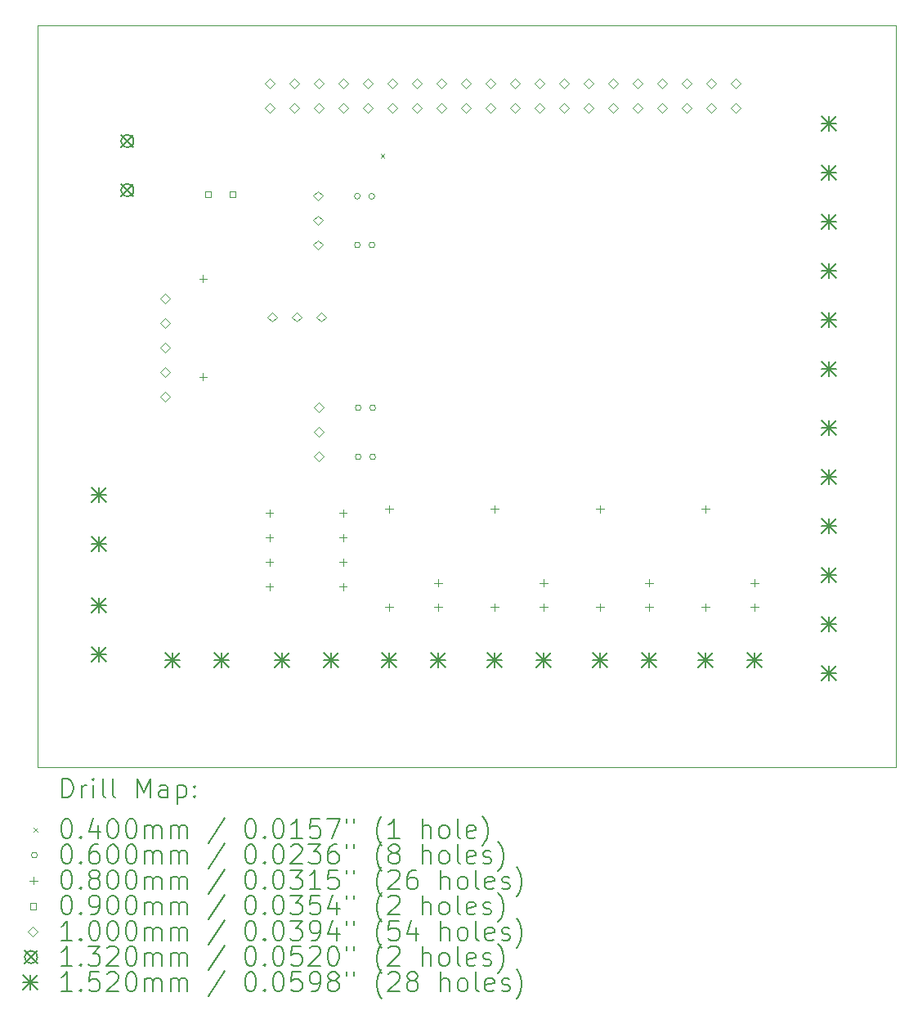
<source format=gbr>
%FSLAX45Y45*%
G04 Gerber Fmt 4.5, Leading zero omitted, Abs format (unit mm)*
G04 Created by KiCad (PCBNEW 6.0.5) date 2022-06-15 21:06:38*
%MOMM*%
%LPD*%
G01*
G04 APERTURE LIST*
%TA.AperFunction,Profile*%
%ADD10C,0.100000*%
%TD*%
%ADD11C,0.200000*%
%ADD12C,0.040000*%
%ADD13C,0.060000*%
%ADD14C,0.080000*%
%ADD15C,0.090000*%
%ADD16C,0.100000*%
%ADD17C,0.132000*%
%ADD18C,0.152000*%
G04 APERTURE END LIST*
D10*
X9698299Y-6186749D02*
X18588299Y-6186749D01*
X18588299Y-6186749D02*
X18588299Y-13870249D01*
X18588299Y-13870249D02*
X9698299Y-13870249D01*
X9698299Y-13870249D02*
X9698299Y-6186749D01*
D11*
D12*
X13250000Y-7520000D02*
X13290000Y-7560000D01*
X13290000Y-7520000D02*
X13250000Y-7560000D01*
D13*
X13037549Y-7959389D02*
G75*
G03*
X13037549Y-7959389I-30000J0D01*
G01*
X13039089Y-8463449D02*
G75*
G03*
X13039089Y-8463449I-30000J0D01*
G01*
X13046939Y-10149149D02*
G75*
G03*
X13046939Y-10149149I-30000J0D01*
G01*
X13046939Y-10657149D02*
G75*
G03*
X13046939Y-10657149I-30000J0D01*
G01*
X13187549Y-7959389D02*
G75*
G03*
X13187549Y-7959389I-30000J0D01*
G01*
X13189089Y-8463449D02*
G75*
G03*
X13189089Y-8463449I-30000J0D01*
G01*
X13196939Y-10149149D02*
G75*
G03*
X13196939Y-10149149I-30000J0D01*
G01*
X13196939Y-10657149D02*
G75*
G03*
X13196939Y-10657149I-30000J0D01*
G01*
D14*
X11410000Y-8772000D02*
X11410000Y-8852000D01*
X11370000Y-8812000D02*
X11450000Y-8812000D01*
X11410000Y-9788000D02*
X11410000Y-9868000D01*
X11370000Y-9828000D02*
X11450000Y-9828000D01*
X12097599Y-11200349D02*
X12097599Y-11280349D01*
X12057599Y-11240349D02*
X12137599Y-11240349D01*
X12097599Y-11454349D02*
X12097599Y-11534349D01*
X12057599Y-11494349D02*
X12137599Y-11494349D01*
X12097599Y-11708349D02*
X12097599Y-11788349D01*
X12057599Y-11748349D02*
X12137599Y-11748349D01*
X12097599Y-11962349D02*
X12097599Y-12042349D01*
X12057599Y-12002349D02*
X12137599Y-12002349D01*
X12859599Y-11200349D02*
X12859599Y-11280349D01*
X12819599Y-11240349D02*
X12899599Y-11240349D01*
X12859599Y-11454349D02*
X12859599Y-11534349D01*
X12819599Y-11494349D02*
X12899599Y-11494349D01*
X12859599Y-11708349D02*
X12859599Y-11788349D01*
X12819599Y-11748349D02*
X12899599Y-11748349D01*
X12859599Y-11962349D02*
X12859599Y-12042349D01*
X12819599Y-12002349D02*
X12899599Y-12002349D01*
X13336849Y-11156899D02*
X13336849Y-11236899D01*
X13296849Y-11196899D02*
X13376849Y-11196899D01*
X13336849Y-12172899D02*
X13336849Y-12252899D01*
X13296849Y-12212899D02*
X13376849Y-12212899D01*
X13844849Y-11922899D02*
X13844849Y-12002899D01*
X13804849Y-11962899D02*
X13884849Y-11962899D01*
X13844849Y-12172899D02*
X13844849Y-12252899D01*
X13804849Y-12212899D02*
X13884849Y-12212899D01*
X14429049Y-11156899D02*
X14429049Y-11236899D01*
X14389049Y-11196899D02*
X14469049Y-11196899D01*
X14429049Y-12172899D02*
X14429049Y-12252899D01*
X14389049Y-12212899D02*
X14469049Y-12212899D01*
X14937049Y-11922899D02*
X14937049Y-12002899D01*
X14897049Y-11962899D02*
X14977049Y-11962899D01*
X14937049Y-12172899D02*
X14937049Y-12252899D01*
X14897049Y-12212899D02*
X14977049Y-12212899D01*
X15521249Y-11156899D02*
X15521249Y-11236899D01*
X15481249Y-11196899D02*
X15561249Y-11196899D01*
X15521249Y-12172899D02*
X15521249Y-12252899D01*
X15481249Y-12212899D02*
X15561249Y-12212899D01*
X16029249Y-11922899D02*
X16029249Y-12002899D01*
X15989249Y-11962899D02*
X16069249Y-11962899D01*
X16029249Y-12172899D02*
X16029249Y-12252899D01*
X15989249Y-12212899D02*
X16069249Y-12212899D01*
X16613449Y-11156899D02*
X16613449Y-11236899D01*
X16573449Y-11196899D02*
X16653449Y-11196899D01*
X16613449Y-12172899D02*
X16613449Y-12252899D01*
X16573449Y-12212899D02*
X16653449Y-12212899D01*
X17121449Y-11922899D02*
X17121449Y-12002899D01*
X17081449Y-11962899D02*
X17161449Y-11962899D01*
X17121449Y-12172899D02*
X17121449Y-12252899D01*
X17081449Y-12212899D02*
X17161449Y-12212899D01*
D15*
X11495320Y-7971820D02*
X11495320Y-7908180D01*
X11431680Y-7908180D01*
X11431680Y-7971820D01*
X11495320Y-7971820D01*
X11749320Y-7971820D02*
X11749320Y-7908180D01*
X11685680Y-7908180D01*
X11685680Y-7971820D01*
X11749320Y-7971820D01*
D16*
X11014599Y-9067000D02*
X11064599Y-9017000D01*
X11014599Y-8967000D01*
X10964599Y-9017000D01*
X11014599Y-9067000D01*
X11014599Y-9321000D02*
X11064599Y-9271000D01*
X11014599Y-9221000D01*
X10964599Y-9271000D01*
X11014599Y-9321000D01*
X11014599Y-9575000D02*
X11064599Y-9525000D01*
X11014599Y-9475000D01*
X10964599Y-9525000D01*
X11014599Y-9575000D01*
X11014599Y-9829000D02*
X11064599Y-9779000D01*
X11014599Y-9729000D01*
X10964599Y-9779000D01*
X11014599Y-9829000D01*
X11014599Y-10083000D02*
X11064599Y-10033000D01*
X11014599Y-9983000D01*
X10964599Y-10033000D01*
X11014599Y-10083000D01*
X12099099Y-6844500D02*
X12149099Y-6794500D01*
X12099099Y-6744500D01*
X12049099Y-6794500D01*
X12099099Y-6844500D01*
X12099099Y-7098500D02*
X12149099Y-7048500D01*
X12099099Y-6998500D01*
X12049099Y-7048500D01*
X12099099Y-7098500D01*
X12124499Y-9259449D02*
X12174499Y-9209449D01*
X12124499Y-9159449D01*
X12074499Y-9209449D01*
X12124499Y-9259449D01*
X12353099Y-6844500D02*
X12403099Y-6794500D01*
X12353099Y-6744500D01*
X12303099Y-6794500D01*
X12353099Y-6844500D01*
X12353099Y-7098500D02*
X12403099Y-7048500D01*
X12353099Y-6998500D01*
X12303099Y-7048500D01*
X12353099Y-7098500D01*
X12378499Y-9259449D02*
X12428499Y-9209449D01*
X12378499Y-9159449D01*
X12328499Y-9209449D01*
X12378499Y-9259449D01*
X12598749Y-8005449D02*
X12648749Y-7955449D01*
X12598749Y-7905449D01*
X12548749Y-7955449D01*
X12598749Y-8005449D01*
X12598749Y-8259449D02*
X12648749Y-8209449D01*
X12598749Y-8159449D01*
X12548749Y-8209449D01*
X12598749Y-8259449D01*
X12598749Y-8513449D02*
X12648749Y-8463449D01*
X12598749Y-8413449D01*
X12548749Y-8463449D01*
X12598749Y-8513449D01*
X12606599Y-10195209D02*
X12656599Y-10145209D01*
X12606599Y-10095209D01*
X12556599Y-10145209D01*
X12606599Y-10195209D01*
X12606599Y-10449209D02*
X12656599Y-10399209D01*
X12606599Y-10349209D01*
X12556599Y-10399209D01*
X12606599Y-10449209D01*
X12606599Y-10703209D02*
X12656599Y-10653209D01*
X12606599Y-10603209D01*
X12556599Y-10653209D01*
X12606599Y-10703209D01*
X12607099Y-6844500D02*
X12657099Y-6794500D01*
X12607099Y-6744500D01*
X12557099Y-6794500D01*
X12607099Y-6844500D01*
X12607099Y-7098500D02*
X12657099Y-7048500D01*
X12607099Y-6998500D01*
X12557099Y-7048500D01*
X12607099Y-7098500D01*
X12632499Y-9259449D02*
X12682499Y-9209449D01*
X12632499Y-9159449D01*
X12582499Y-9209449D01*
X12632499Y-9259449D01*
X12861099Y-6844500D02*
X12911099Y-6794500D01*
X12861099Y-6744500D01*
X12811099Y-6794500D01*
X12861099Y-6844500D01*
X12861099Y-7098500D02*
X12911099Y-7048500D01*
X12861099Y-6998500D01*
X12811099Y-7048500D01*
X12861099Y-7098500D01*
X13115099Y-6844500D02*
X13165099Y-6794500D01*
X13115099Y-6744500D01*
X13065099Y-6794500D01*
X13115099Y-6844500D01*
X13115099Y-7098500D02*
X13165099Y-7048500D01*
X13115099Y-6998500D01*
X13065099Y-7048500D01*
X13115099Y-7098500D01*
X13369099Y-6844500D02*
X13419099Y-6794500D01*
X13369099Y-6744500D01*
X13319099Y-6794500D01*
X13369099Y-6844500D01*
X13369099Y-7098500D02*
X13419099Y-7048500D01*
X13369099Y-6998500D01*
X13319099Y-7048500D01*
X13369099Y-7098500D01*
X13623099Y-6844500D02*
X13673099Y-6794500D01*
X13623099Y-6744500D01*
X13573099Y-6794500D01*
X13623099Y-6844500D01*
X13623099Y-7098500D02*
X13673099Y-7048500D01*
X13623099Y-6998500D01*
X13573099Y-7048500D01*
X13623099Y-7098500D01*
X13877099Y-6844500D02*
X13927099Y-6794500D01*
X13877099Y-6744500D01*
X13827099Y-6794500D01*
X13877099Y-6844500D01*
X13877099Y-7098500D02*
X13927099Y-7048500D01*
X13877099Y-6998500D01*
X13827099Y-7048500D01*
X13877099Y-7098500D01*
X14131099Y-6844500D02*
X14181099Y-6794500D01*
X14131099Y-6744500D01*
X14081099Y-6794500D01*
X14131099Y-6844500D01*
X14131099Y-7098500D02*
X14181099Y-7048500D01*
X14131099Y-6998500D01*
X14081099Y-7048500D01*
X14131099Y-7098500D01*
X14385099Y-6844500D02*
X14435099Y-6794500D01*
X14385099Y-6744500D01*
X14335099Y-6794500D01*
X14385099Y-6844500D01*
X14385099Y-7098500D02*
X14435099Y-7048500D01*
X14385099Y-6998500D01*
X14335099Y-7048500D01*
X14385099Y-7098500D01*
X14639099Y-6844500D02*
X14689099Y-6794500D01*
X14639099Y-6744500D01*
X14589099Y-6794500D01*
X14639099Y-6844500D01*
X14639099Y-7098500D02*
X14689099Y-7048500D01*
X14639099Y-6998500D01*
X14589099Y-7048500D01*
X14639099Y-7098500D01*
X14893099Y-6844500D02*
X14943099Y-6794500D01*
X14893099Y-6744500D01*
X14843099Y-6794500D01*
X14893099Y-6844500D01*
X14893099Y-7098500D02*
X14943099Y-7048500D01*
X14893099Y-6998500D01*
X14843099Y-7048500D01*
X14893099Y-7098500D01*
X15147099Y-6844500D02*
X15197099Y-6794500D01*
X15147099Y-6744500D01*
X15097099Y-6794500D01*
X15147099Y-6844500D01*
X15147099Y-7098500D02*
X15197099Y-7048500D01*
X15147099Y-6998500D01*
X15097099Y-7048500D01*
X15147099Y-7098500D01*
X15401099Y-6844500D02*
X15451099Y-6794500D01*
X15401099Y-6744500D01*
X15351099Y-6794500D01*
X15401099Y-6844500D01*
X15401099Y-7098500D02*
X15451099Y-7048500D01*
X15401099Y-6998500D01*
X15351099Y-7048500D01*
X15401099Y-7098500D01*
X15655099Y-6844500D02*
X15705099Y-6794500D01*
X15655099Y-6744500D01*
X15605099Y-6794500D01*
X15655099Y-6844500D01*
X15655099Y-7098500D02*
X15705099Y-7048500D01*
X15655099Y-6998500D01*
X15605099Y-7048500D01*
X15655099Y-7098500D01*
X15909099Y-6844500D02*
X15959099Y-6794500D01*
X15909099Y-6744500D01*
X15859099Y-6794500D01*
X15909099Y-6844500D01*
X15909099Y-7098500D02*
X15959099Y-7048500D01*
X15909099Y-6998500D01*
X15859099Y-7048500D01*
X15909099Y-7098500D01*
X16163099Y-6844500D02*
X16213099Y-6794500D01*
X16163099Y-6744500D01*
X16113099Y-6794500D01*
X16163099Y-6844500D01*
X16163099Y-7098500D02*
X16213099Y-7048500D01*
X16163099Y-6998500D01*
X16113099Y-7048500D01*
X16163099Y-7098500D01*
X16417099Y-6844500D02*
X16467099Y-6794500D01*
X16417099Y-6744500D01*
X16367099Y-6794500D01*
X16417099Y-6844500D01*
X16417099Y-7098500D02*
X16467099Y-7048500D01*
X16417099Y-6998500D01*
X16367099Y-7048500D01*
X16417099Y-7098500D01*
X16671099Y-6844500D02*
X16721099Y-6794500D01*
X16671099Y-6744500D01*
X16621099Y-6794500D01*
X16671099Y-6844500D01*
X16671099Y-7098500D02*
X16721099Y-7048500D01*
X16671099Y-6998500D01*
X16621099Y-7048500D01*
X16671099Y-7098500D01*
X16925099Y-6844500D02*
X16975099Y-6794500D01*
X16925099Y-6744500D01*
X16875099Y-6794500D01*
X16925099Y-6844500D01*
X16925099Y-7098500D02*
X16975099Y-7048500D01*
X16925099Y-6998500D01*
X16875099Y-7048500D01*
X16925099Y-7098500D01*
D17*
X10559399Y-7322500D02*
X10691399Y-7454500D01*
X10691399Y-7322500D02*
X10559399Y-7454500D01*
X10691399Y-7388500D02*
G75*
G03*
X10691399Y-7388500I-66000J0D01*
G01*
X10559399Y-7830500D02*
X10691399Y-7962500D01*
X10691399Y-7830500D02*
X10559399Y-7962500D01*
X10691399Y-7896500D02*
G75*
G03*
X10691399Y-7896500I-66000J0D01*
G01*
D18*
X10254000Y-10974000D02*
X10406000Y-11126000D01*
X10406000Y-10974000D02*
X10254000Y-11126000D01*
X10330000Y-10974000D02*
X10330000Y-11126000D01*
X10254000Y-11050000D02*
X10406000Y-11050000D01*
X10254000Y-11482000D02*
X10406000Y-11634000D01*
X10406000Y-11482000D02*
X10254000Y-11634000D01*
X10330000Y-11482000D02*
X10330000Y-11634000D01*
X10254000Y-11558000D02*
X10406000Y-11558000D01*
X10254000Y-12114000D02*
X10406000Y-12266000D01*
X10406000Y-12114000D02*
X10254000Y-12266000D01*
X10330000Y-12114000D02*
X10330000Y-12266000D01*
X10254000Y-12190000D02*
X10406000Y-12190000D01*
X10254000Y-12622000D02*
X10406000Y-12774000D01*
X10406000Y-12622000D02*
X10254000Y-12774000D01*
X10330000Y-12622000D02*
X10330000Y-12774000D01*
X10254000Y-12698000D02*
X10406000Y-12698000D01*
X11014000Y-12684000D02*
X11166000Y-12836000D01*
X11166000Y-12684000D02*
X11014000Y-12836000D01*
X11090000Y-12684000D02*
X11090000Y-12836000D01*
X11014000Y-12760000D02*
X11166000Y-12760000D01*
X11522000Y-12684000D02*
X11674000Y-12836000D01*
X11674000Y-12684000D02*
X11522000Y-12836000D01*
X11598000Y-12684000D02*
X11598000Y-12836000D01*
X11522000Y-12760000D02*
X11674000Y-12760000D01*
X12154000Y-12684000D02*
X12306000Y-12836000D01*
X12306000Y-12684000D02*
X12154000Y-12836000D01*
X12230000Y-12684000D02*
X12230000Y-12836000D01*
X12154000Y-12760000D02*
X12306000Y-12760000D01*
X12662000Y-12684000D02*
X12814000Y-12836000D01*
X12814000Y-12684000D02*
X12662000Y-12836000D01*
X12738000Y-12684000D02*
X12738000Y-12836000D01*
X12662000Y-12760000D02*
X12814000Y-12760000D01*
X13258449Y-12681799D02*
X13410449Y-12833799D01*
X13410449Y-12681799D02*
X13258449Y-12833799D01*
X13334449Y-12681799D02*
X13334449Y-12833799D01*
X13258449Y-12757799D02*
X13410449Y-12757799D01*
X13766449Y-12681799D02*
X13918449Y-12833799D01*
X13918449Y-12681799D02*
X13766449Y-12833799D01*
X13842449Y-12681799D02*
X13842449Y-12833799D01*
X13766449Y-12757799D02*
X13918449Y-12757799D01*
X14353049Y-12681799D02*
X14505049Y-12833799D01*
X14505049Y-12681799D02*
X14353049Y-12833799D01*
X14429049Y-12681799D02*
X14429049Y-12833799D01*
X14353049Y-12757799D02*
X14505049Y-12757799D01*
X14861049Y-12681799D02*
X15013049Y-12833799D01*
X15013049Y-12681799D02*
X14861049Y-12833799D01*
X14937049Y-12681799D02*
X14937049Y-12833799D01*
X14861049Y-12757799D02*
X15013049Y-12757799D01*
X15445249Y-12681799D02*
X15597249Y-12833799D01*
X15597249Y-12681799D02*
X15445249Y-12833799D01*
X15521249Y-12681799D02*
X15521249Y-12833799D01*
X15445249Y-12757799D02*
X15597249Y-12757799D01*
X15953249Y-12681799D02*
X16105249Y-12833799D01*
X16105249Y-12681799D02*
X15953249Y-12833799D01*
X16029249Y-12681799D02*
X16029249Y-12833799D01*
X15953249Y-12757799D02*
X16105249Y-12757799D01*
X16537449Y-12681799D02*
X16689449Y-12833799D01*
X16689449Y-12681799D02*
X16537449Y-12833799D01*
X16613449Y-12681799D02*
X16613449Y-12833799D01*
X16537449Y-12757799D02*
X16689449Y-12757799D01*
X17045449Y-12681799D02*
X17197449Y-12833799D01*
X17197449Y-12681799D02*
X17045449Y-12833799D01*
X17121449Y-12681799D02*
X17121449Y-12833799D01*
X17045449Y-12757799D02*
X17197449Y-12757799D01*
X17813799Y-7126749D02*
X17965799Y-7278749D01*
X17965799Y-7126749D02*
X17813799Y-7278749D01*
X17889799Y-7126749D02*
X17889799Y-7278749D01*
X17813799Y-7202749D02*
X17965799Y-7202749D01*
X17813799Y-7634749D02*
X17965799Y-7786749D01*
X17965799Y-7634749D02*
X17813799Y-7786749D01*
X17889799Y-7634749D02*
X17889799Y-7786749D01*
X17813799Y-7710749D02*
X17965799Y-7710749D01*
X17813799Y-8142749D02*
X17965799Y-8294749D01*
X17965799Y-8142749D02*
X17813799Y-8294749D01*
X17889799Y-8142749D02*
X17889799Y-8294749D01*
X17813799Y-8218749D02*
X17965799Y-8218749D01*
X17813799Y-8650749D02*
X17965799Y-8802749D01*
X17965799Y-8650749D02*
X17813799Y-8802749D01*
X17889799Y-8650749D02*
X17889799Y-8802749D01*
X17813799Y-8726749D02*
X17965799Y-8726749D01*
X17813799Y-9158749D02*
X17965799Y-9310749D01*
X17965799Y-9158749D02*
X17813799Y-9310749D01*
X17889799Y-9158749D02*
X17889799Y-9310749D01*
X17813799Y-9234749D02*
X17965799Y-9234749D01*
X17813799Y-9666749D02*
X17965799Y-9818749D01*
X17965799Y-9666749D02*
X17813799Y-9818749D01*
X17889799Y-9666749D02*
X17889799Y-9818749D01*
X17813799Y-9742749D02*
X17965799Y-9742749D01*
X17813799Y-10276349D02*
X17965799Y-10428349D01*
X17965799Y-10276349D02*
X17813799Y-10428349D01*
X17889799Y-10276349D02*
X17889799Y-10428349D01*
X17813799Y-10352349D02*
X17965799Y-10352349D01*
X17813799Y-10784349D02*
X17965799Y-10936349D01*
X17965799Y-10784349D02*
X17813799Y-10936349D01*
X17889799Y-10784349D02*
X17889799Y-10936349D01*
X17813799Y-10860349D02*
X17965799Y-10860349D01*
X17813799Y-11292349D02*
X17965799Y-11444349D01*
X17965799Y-11292349D02*
X17813799Y-11444349D01*
X17889799Y-11292349D02*
X17889799Y-11444349D01*
X17813799Y-11368349D02*
X17965799Y-11368349D01*
X17813799Y-11800349D02*
X17965799Y-11952349D01*
X17965799Y-11800349D02*
X17813799Y-11952349D01*
X17889799Y-11800349D02*
X17889799Y-11952349D01*
X17813799Y-11876349D02*
X17965799Y-11876349D01*
X17813799Y-12308349D02*
X17965799Y-12460349D01*
X17965799Y-12308349D02*
X17813799Y-12460349D01*
X17889799Y-12308349D02*
X17889799Y-12460349D01*
X17813799Y-12384349D02*
X17965799Y-12384349D01*
X17813799Y-12816349D02*
X17965799Y-12968349D01*
X17965799Y-12816349D02*
X17813799Y-12968349D01*
X17889799Y-12816349D02*
X17889799Y-12968349D01*
X17813799Y-12892349D02*
X17965799Y-12892349D01*
D11*
X9950918Y-14185725D02*
X9950918Y-13985725D01*
X9998537Y-13985725D01*
X10027108Y-13995249D01*
X10046156Y-14014296D01*
X10055680Y-14033344D01*
X10065204Y-14071439D01*
X10065204Y-14100011D01*
X10055680Y-14138106D01*
X10046156Y-14157154D01*
X10027108Y-14176201D01*
X9998537Y-14185725D01*
X9950918Y-14185725D01*
X10150918Y-14185725D02*
X10150918Y-14052392D01*
X10150918Y-14090487D02*
X10160442Y-14071439D01*
X10169966Y-14061915D01*
X10189013Y-14052392D01*
X10208061Y-14052392D01*
X10274727Y-14185725D02*
X10274727Y-14052392D01*
X10274727Y-13985725D02*
X10265204Y-13995249D01*
X10274727Y-14004773D01*
X10284251Y-13995249D01*
X10274727Y-13985725D01*
X10274727Y-14004773D01*
X10398537Y-14185725D02*
X10379489Y-14176201D01*
X10369966Y-14157154D01*
X10369966Y-13985725D01*
X10503299Y-14185725D02*
X10484251Y-14176201D01*
X10474727Y-14157154D01*
X10474727Y-13985725D01*
X10731870Y-14185725D02*
X10731870Y-13985725D01*
X10798537Y-14128582D01*
X10865204Y-13985725D01*
X10865204Y-14185725D01*
X11046156Y-14185725D02*
X11046156Y-14080963D01*
X11036632Y-14061915D01*
X11017585Y-14052392D01*
X10979489Y-14052392D01*
X10960442Y-14061915D01*
X11046156Y-14176201D02*
X11027108Y-14185725D01*
X10979489Y-14185725D01*
X10960442Y-14176201D01*
X10950918Y-14157154D01*
X10950918Y-14138106D01*
X10960442Y-14119058D01*
X10979489Y-14109535D01*
X11027108Y-14109535D01*
X11046156Y-14100011D01*
X11141394Y-14052392D02*
X11141394Y-14252392D01*
X11141394Y-14061915D02*
X11160442Y-14052392D01*
X11198537Y-14052392D01*
X11217585Y-14061915D01*
X11227108Y-14071439D01*
X11236632Y-14090487D01*
X11236632Y-14147630D01*
X11227108Y-14166677D01*
X11217585Y-14176201D01*
X11198537Y-14185725D01*
X11160442Y-14185725D01*
X11141394Y-14176201D01*
X11322346Y-14166677D02*
X11331870Y-14176201D01*
X11322346Y-14185725D01*
X11312823Y-14176201D01*
X11322346Y-14166677D01*
X11322346Y-14185725D01*
X11322346Y-14061915D02*
X11331870Y-14071439D01*
X11322346Y-14080963D01*
X11312823Y-14071439D01*
X11322346Y-14061915D01*
X11322346Y-14080963D01*
D12*
X9653299Y-14495249D02*
X9693299Y-14535249D01*
X9693299Y-14495249D02*
X9653299Y-14535249D01*
D11*
X9989013Y-14405725D02*
X10008061Y-14405725D01*
X10027108Y-14415249D01*
X10036632Y-14424773D01*
X10046156Y-14443820D01*
X10055680Y-14481915D01*
X10055680Y-14529535D01*
X10046156Y-14567630D01*
X10036632Y-14586677D01*
X10027108Y-14596201D01*
X10008061Y-14605725D01*
X9989013Y-14605725D01*
X9969966Y-14596201D01*
X9960442Y-14586677D01*
X9950918Y-14567630D01*
X9941394Y-14529535D01*
X9941394Y-14481915D01*
X9950918Y-14443820D01*
X9960442Y-14424773D01*
X9969966Y-14415249D01*
X9989013Y-14405725D01*
X10141394Y-14586677D02*
X10150918Y-14596201D01*
X10141394Y-14605725D01*
X10131870Y-14596201D01*
X10141394Y-14586677D01*
X10141394Y-14605725D01*
X10322347Y-14472392D02*
X10322347Y-14605725D01*
X10274727Y-14396201D02*
X10227108Y-14539058D01*
X10350918Y-14539058D01*
X10465204Y-14405725D02*
X10484251Y-14405725D01*
X10503299Y-14415249D01*
X10512823Y-14424773D01*
X10522347Y-14443820D01*
X10531870Y-14481915D01*
X10531870Y-14529535D01*
X10522347Y-14567630D01*
X10512823Y-14586677D01*
X10503299Y-14596201D01*
X10484251Y-14605725D01*
X10465204Y-14605725D01*
X10446156Y-14596201D01*
X10436632Y-14586677D01*
X10427108Y-14567630D01*
X10417585Y-14529535D01*
X10417585Y-14481915D01*
X10427108Y-14443820D01*
X10436632Y-14424773D01*
X10446156Y-14415249D01*
X10465204Y-14405725D01*
X10655680Y-14405725D02*
X10674727Y-14405725D01*
X10693775Y-14415249D01*
X10703299Y-14424773D01*
X10712823Y-14443820D01*
X10722347Y-14481915D01*
X10722347Y-14529535D01*
X10712823Y-14567630D01*
X10703299Y-14586677D01*
X10693775Y-14596201D01*
X10674727Y-14605725D01*
X10655680Y-14605725D01*
X10636632Y-14596201D01*
X10627108Y-14586677D01*
X10617585Y-14567630D01*
X10608061Y-14529535D01*
X10608061Y-14481915D01*
X10617585Y-14443820D01*
X10627108Y-14424773D01*
X10636632Y-14415249D01*
X10655680Y-14405725D01*
X10808061Y-14605725D02*
X10808061Y-14472392D01*
X10808061Y-14491439D02*
X10817585Y-14481915D01*
X10836632Y-14472392D01*
X10865204Y-14472392D01*
X10884251Y-14481915D01*
X10893775Y-14500963D01*
X10893775Y-14605725D01*
X10893775Y-14500963D02*
X10903299Y-14481915D01*
X10922347Y-14472392D01*
X10950918Y-14472392D01*
X10969966Y-14481915D01*
X10979489Y-14500963D01*
X10979489Y-14605725D01*
X11074727Y-14605725D02*
X11074727Y-14472392D01*
X11074727Y-14491439D02*
X11084251Y-14481915D01*
X11103299Y-14472392D01*
X11131870Y-14472392D01*
X11150918Y-14481915D01*
X11160442Y-14500963D01*
X11160442Y-14605725D01*
X11160442Y-14500963D02*
X11169966Y-14481915D01*
X11189013Y-14472392D01*
X11217585Y-14472392D01*
X11236632Y-14481915D01*
X11246156Y-14500963D01*
X11246156Y-14605725D01*
X11636632Y-14396201D02*
X11465204Y-14653344D01*
X11893775Y-14405725D02*
X11912823Y-14405725D01*
X11931870Y-14415249D01*
X11941394Y-14424773D01*
X11950918Y-14443820D01*
X11960442Y-14481915D01*
X11960442Y-14529535D01*
X11950918Y-14567630D01*
X11941394Y-14586677D01*
X11931870Y-14596201D01*
X11912823Y-14605725D01*
X11893775Y-14605725D01*
X11874727Y-14596201D01*
X11865204Y-14586677D01*
X11855680Y-14567630D01*
X11846156Y-14529535D01*
X11846156Y-14481915D01*
X11855680Y-14443820D01*
X11865204Y-14424773D01*
X11874727Y-14415249D01*
X11893775Y-14405725D01*
X12046156Y-14586677D02*
X12055680Y-14596201D01*
X12046156Y-14605725D01*
X12036632Y-14596201D01*
X12046156Y-14586677D01*
X12046156Y-14605725D01*
X12179489Y-14405725D02*
X12198537Y-14405725D01*
X12217585Y-14415249D01*
X12227108Y-14424773D01*
X12236632Y-14443820D01*
X12246156Y-14481915D01*
X12246156Y-14529535D01*
X12236632Y-14567630D01*
X12227108Y-14586677D01*
X12217585Y-14596201D01*
X12198537Y-14605725D01*
X12179489Y-14605725D01*
X12160442Y-14596201D01*
X12150918Y-14586677D01*
X12141394Y-14567630D01*
X12131870Y-14529535D01*
X12131870Y-14481915D01*
X12141394Y-14443820D01*
X12150918Y-14424773D01*
X12160442Y-14415249D01*
X12179489Y-14405725D01*
X12436632Y-14605725D02*
X12322346Y-14605725D01*
X12379489Y-14605725D02*
X12379489Y-14405725D01*
X12360442Y-14434296D01*
X12341394Y-14453344D01*
X12322346Y-14462868D01*
X12617585Y-14405725D02*
X12522346Y-14405725D01*
X12512823Y-14500963D01*
X12522346Y-14491439D01*
X12541394Y-14481915D01*
X12589013Y-14481915D01*
X12608061Y-14491439D01*
X12617585Y-14500963D01*
X12627108Y-14520011D01*
X12627108Y-14567630D01*
X12617585Y-14586677D01*
X12608061Y-14596201D01*
X12589013Y-14605725D01*
X12541394Y-14605725D01*
X12522346Y-14596201D01*
X12512823Y-14586677D01*
X12693775Y-14405725D02*
X12827108Y-14405725D01*
X12741394Y-14605725D01*
X12893775Y-14405725D02*
X12893775Y-14443820D01*
X12969965Y-14405725D02*
X12969965Y-14443820D01*
X13265204Y-14681915D02*
X13255680Y-14672392D01*
X13236632Y-14643820D01*
X13227108Y-14624773D01*
X13217585Y-14596201D01*
X13208061Y-14548582D01*
X13208061Y-14510487D01*
X13217585Y-14462868D01*
X13227108Y-14434296D01*
X13236632Y-14415249D01*
X13255680Y-14386677D01*
X13265204Y-14377154D01*
X13446156Y-14605725D02*
X13331870Y-14605725D01*
X13389013Y-14605725D02*
X13389013Y-14405725D01*
X13369965Y-14434296D01*
X13350918Y-14453344D01*
X13331870Y-14462868D01*
X13684251Y-14605725D02*
X13684251Y-14405725D01*
X13769965Y-14605725D02*
X13769965Y-14500963D01*
X13760442Y-14481915D01*
X13741394Y-14472392D01*
X13712823Y-14472392D01*
X13693775Y-14481915D01*
X13684251Y-14491439D01*
X13893775Y-14605725D02*
X13874727Y-14596201D01*
X13865204Y-14586677D01*
X13855680Y-14567630D01*
X13855680Y-14510487D01*
X13865204Y-14491439D01*
X13874727Y-14481915D01*
X13893775Y-14472392D01*
X13922346Y-14472392D01*
X13941394Y-14481915D01*
X13950918Y-14491439D01*
X13960442Y-14510487D01*
X13960442Y-14567630D01*
X13950918Y-14586677D01*
X13941394Y-14596201D01*
X13922346Y-14605725D01*
X13893775Y-14605725D01*
X14074727Y-14605725D02*
X14055680Y-14596201D01*
X14046156Y-14577154D01*
X14046156Y-14405725D01*
X14227108Y-14596201D02*
X14208061Y-14605725D01*
X14169965Y-14605725D01*
X14150918Y-14596201D01*
X14141394Y-14577154D01*
X14141394Y-14500963D01*
X14150918Y-14481915D01*
X14169965Y-14472392D01*
X14208061Y-14472392D01*
X14227108Y-14481915D01*
X14236632Y-14500963D01*
X14236632Y-14520011D01*
X14141394Y-14539058D01*
X14303299Y-14681915D02*
X14312823Y-14672392D01*
X14331870Y-14643820D01*
X14341394Y-14624773D01*
X14350918Y-14596201D01*
X14360442Y-14548582D01*
X14360442Y-14510487D01*
X14350918Y-14462868D01*
X14341394Y-14434296D01*
X14331870Y-14415249D01*
X14312823Y-14386677D01*
X14303299Y-14377154D01*
D13*
X9693299Y-14779249D02*
G75*
G03*
X9693299Y-14779249I-30000J0D01*
G01*
D11*
X9989013Y-14669725D02*
X10008061Y-14669725D01*
X10027108Y-14679249D01*
X10036632Y-14688773D01*
X10046156Y-14707820D01*
X10055680Y-14745915D01*
X10055680Y-14793535D01*
X10046156Y-14831630D01*
X10036632Y-14850677D01*
X10027108Y-14860201D01*
X10008061Y-14869725D01*
X9989013Y-14869725D01*
X9969966Y-14860201D01*
X9960442Y-14850677D01*
X9950918Y-14831630D01*
X9941394Y-14793535D01*
X9941394Y-14745915D01*
X9950918Y-14707820D01*
X9960442Y-14688773D01*
X9969966Y-14679249D01*
X9989013Y-14669725D01*
X10141394Y-14850677D02*
X10150918Y-14860201D01*
X10141394Y-14869725D01*
X10131870Y-14860201D01*
X10141394Y-14850677D01*
X10141394Y-14869725D01*
X10322347Y-14669725D02*
X10284251Y-14669725D01*
X10265204Y-14679249D01*
X10255680Y-14688773D01*
X10236632Y-14717344D01*
X10227108Y-14755439D01*
X10227108Y-14831630D01*
X10236632Y-14850677D01*
X10246156Y-14860201D01*
X10265204Y-14869725D01*
X10303299Y-14869725D01*
X10322347Y-14860201D01*
X10331870Y-14850677D01*
X10341394Y-14831630D01*
X10341394Y-14784011D01*
X10331870Y-14764963D01*
X10322347Y-14755439D01*
X10303299Y-14745915D01*
X10265204Y-14745915D01*
X10246156Y-14755439D01*
X10236632Y-14764963D01*
X10227108Y-14784011D01*
X10465204Y-14669725D02*
X10484251Y-14669725D01*
X10503299Y-14679249D01*
X10512823Y-14688773D01*
X10522347Y-14707820D01*
X10531870Y-14745915D01*
X10531870Y-14793535D01*
X10522347Y-14831630D01*
X10512823Y-14850677D01*
X10503299Y-14860201D01*
X10484251Y-14869725D01*
X10465204Y-14869725D01*
X10446156Y-14860201D01*
X10436632Y-14850677D01*
X10427108Y-14831630D01*
X10417585Y-14793535D01*
X10417585Y-14745915D01*
X10427108Y-14707820D01*
X10436632Y-14688773D01*
X10446156Y-14679249D01*
X10465204Y-14669725D01*
X10655680Y-14669725D02*
X10674727Y-14669725D01*
X10693775Y-14679249D01*
X10703299Y-14688773D01*
X10712823Y-14707820D01*
X10722347Y-14745915D01*
X10722347Y-14793535D01*
X10712823Y-14831630D01*
X10703299Y-14850677D01*
X10693775Y-14860201D01*
X10674727Y-14869725D01*
X10655680Y-14869725D01*
X10636632Y-14860201D01*
X10627108Y-14850677D01*
X10617585Y-14831630D01*
X10608061Y-14793535D01*
X10608061Y-14745915D01*
X10617585Y-14707820D01*
X10627108Y-14688773D01*
X10636632Y-14679249D01*
X10655680Y-14669725D01*
X10808061Y-14869725D02*
X10808061Y-14736392D01*
X10808061Y-14755439D02*
X10817585Y-14745915D01*
X10836632Y-14736392D01*
X10865204Y-14736392D01*
X10884251Y-14745915D01*
X10893775Y-14764963D01*
X10893775Y-14869725D01*
X10893775Y-14764963D02*
X10903299Y-14745915D01*
X10922347Y-14736392D01*
X10950918Y-14736392D01*
X10969966Y-14745915D01*
X10979489Y-14764963D01*
X10979489Y-14869725D01*
X11074727Y-14869725D02*
X11074727Y-14736392D01*
X11074727Y-14755439D02*
X11084251Y-14745915D01*
X11103299Y-14736392D01*
X11131870Y-14736392D01*
X11150918Y-14745915D01*
X11160442Y-14764963D01*
X11160442Y-14869725D01*
X11160442Y-14764963D02*
X11169966Y-14745915D01*
X11189013Y-14736392D01*
X11217585Y-14736392D01*
X11236632Y-14745915D01*
X11246156Y-14764963D01*
X11246156Y-14869725D01*
X11636632Y-14660201D02*
X11465204Y-14917344D01*
X11893775Y-14669725D02*
X11912823Y-14669725D01*
X11931870Y-14679249D01*
X11941394Y-14688773D01*
X11950918Y-14707820D01*
X11960442Y-14745915D01*
X11960442Y-14793535D01*
X11950918Y-14831630D01*
X11941394Y-14850677D01*
X11931870Y-14860201D01*
X11912823Y-14869725D01*
X11893775Y-14869725D01*
X11874727Y-14860201D01*
X11865204Y-14850677D01*
X11855680Y-14831630D01*
X11846156Y-14793535D01*
X11846156Y-14745915D01*
X11855680Y-14707820D01*
X11865204Y-14688773D01*
X11874727Y-14679249D01*
X11893775Y-14669725D01*
X12046156Y-14850677D02*
X12055680Y-14860201D01*
X12046156Y-14869725D01*
X12036632Y-14860201D01*
X12046156Y-14850677D01*
X12046156Y-14869725D01*
X12179489Y-14669725D02*
X12198537Y-14669725D01*
X12217585Y-14679249D01*
X12227108Y-14688773D01*
X12236632Y-14707820D01*
X12246156Y-14745915D01*
X12246156Y-14793535D01*
X12236632Y-14831630D01*
X12227108Y-14850677D01*
X12217585Y-14860201D01*
X12198537Y-14869725D01*
X12179489Y-14869725D01*
X12160442Y-14860201D01*
X12150918Y-14850677D01*
X12141394Y-14831630D01*
X12131870Y-14793535D01*
X12131870Y-14745915D01*
X12141394Y-14707820D01*
X12150918Y-14688773D01*
X12160442Y-14679249D01*
X12179489Y-14669725D01*
X12322346Y-14688773D02*
X12331870Y-14679249D01*
X12350918Y-14669725D01*
X12398537Y-14669725D01*
X12417585Y-14679249D01*
X12427108Y-14688773D01*
X12436632Y-14707820D01*
X12436632Y-14726868D01*
X12427108Y-14755439D01*
X12312823Y-14869725D01*
X12436632Y-14869725D01*
X12503299Y-14669725D02*
X12627108Y-14669725D01*
X12560442Y-14745915D01*
X12589013Y-14745915D01*
X12608061Y-14755439D01*
X12617585Y-14764963D01*
X12627108Y-14784011D01*
X12627108Y-14831630D01*
X12617585Y-14850677D01*
X12608061Y-14860201D01*
X12589013Y-14869725D01*
X12531870Y-14869725D01*
X12512823Y-14860201D01*
X12503299Y-14850677D01*
X12798537Y-14669725D02*
X12760442Y-14669725D01*
X12741394Y-14679249D01*
X12731870Y-14688773D01*
X12712823Y-14717344D01*
X12703299Y-14755439D01*
X12703299Y-14831630D01*
X12712823Y-14850677D01*
X12722346Y-14860201D01*
X12741394Y-14869725D01*
X12779489Y-14869725D01*
X12798537Y-14860201D01*
X12808061Y-14850677D01*
X12817585Y-14831630D01*
X12817585Y-14784011D01*
X12808061Y-14764963D01*
X12798537Y-14755439D01*
X12779489Y-14745915D01*
X12741394Y-14745915D01*
X12722346Y-14755439D01*
X12712823Y-14764963D01*
X12703299Y-14784011D01*
X12893775Y-14669725D02*
X12893775Y-14707820D01*
X12969965Y-14669725D02*
X12969965Y-14707820D01*
X13265204Y-14945915D02*
X13255680Y-14936392D01*
X13236632Y-14907820D01*
X13227108Y-14888773D01*
X13217585Y-14860201D01*
X13208061Y-14812582D01*
X13208061Y-14774487D01*
X13217585Y-14726868D01*
X13227108Y-14698296D01*
X13236632Y-14679249D01*
X13255680Y-14650677D01*
X13265204Y-14641154D01*
X13369965Y-14755439D02*
X13350918Y-14745915D01*
X13341394Y-14736392D01*
X13331870Y-14717344D01*
X13331870Y-14707820D01*
X13341394Y-14688773D01*
X13350918Y-14679249D01*
X13369965Y-14669725D01*
X13408061Y-14669725D01*
X13427108Y-14679249D01*
X13436632Y-14688773D01*
X13446156Y-14707820D01*
X13446156Y-14717344D01*
X13436632Y-14736392D01*
X13427108Y-14745915D01*
X13408061Y-14755439D01*
X13369965Y-14755439D01*
X13350918Y-14764963D01*
X13341394Y-14774487D01*
X13331870Y-14793535D01*
X13331870Y-14831630D01*
X13341394Y-14850677D01*
X13350918Y-14860201D01*
X13369965Y-14869725D01*
X13408061Y-14869725D01*
X13427108Y-14860201D01*
X13436632Y-14850677D01*
X13446156Y-14831630D01*
X13446156Y-14793535D01*
X13436632Y-14774487D01*
X13427108Y-14764963D01*
X13408061Y-14755439D01*
X13684251Y-14869725D02*
X13684251Y-14669725D01*
X13769965Y-14869725D02*
X13769965Y-14764963D01*
X13760442Y-14745915D01*
X13741394Y-14736392D01*
X13712823Y-14736392D01*
X13693775Y-14745915D01*
X13684251Y-14755439D01*
X13893775Y-14869725D02*
X13874727Y-14860201D01*
X13865204Y-14850677D01*
X13855680Y-14831630D01*
X13855680Y-14774487D01*
X13865204Y-14755439D01*
X13874727Y-14745915D01*
X13893775Y-14736392D01*
X13922346Y-14736392D01*
X13941394Y-14745915D01*
X13950918Y-14755439D01*
X13960442Y-14774487D01*
X13960442Y-14831630D01*
X13950918Y-14850677D01*
X13941394Y-14860201D01*
X13922346Y-14869725D01*
X13893775Y-14869725D01*
X14074727Y-14869725D02*
X14055680Y-14860201D01*
X14046156Y-14841154D01*
X14046156Y-14669725D01*
X14227108Y-14860201D02*
X14208061Y-14869725D01*
X14169965Y-14869725D01*
X14150918Y-14860201D01*
X14141394Y-14841154D01*
X14141394Y-14764963D01*
X14150918Y-14745915D01*
X14169965Y-14736392D01*
X14208061Y-14736392D01*
X14227108Y-14745915D01*
X14236632Y-14764963D01*
X14236632Y-14784011D01*
X14141394Y-14803058D01*
X14312823Y-14860201D02*
X14331870Y-14869725D01*
X14369965Y-14869725D01*
X14389013Y-14860201D01*
X14398537Y-14841154D01*
X14398537Y-14831630D01*
X14389013Y-14812582D01*
X14369965Y-14803058D01*
X14341394Y-14803058D01*
X14322346Y-14793535D01*
X14312823Y-14774487D01*
X14312823Y-14764963D01*
X14322346Y-14745915D01*
X14341394Y-14736392D01*
X14369965Y-14736392D01*
X14389013Y-14745915D01*
X14465204Y-14945915D02*
X14474727Y-14936392D01*
X14493775Y-14907820D01*
X14503299Y-14888773D01*
X14512823Y-14860201D01*
X14522346Y-14812582D01*
X14522346Y-14774487D01*
X14512823Y-14726868D01*
X14503299Y-14698296D01*
X14493775Y-14679249D01*
X14474727Y-14650677D01*
X14465204Y-14641154D01*
D14*
X9653299Y-15003249D02*
X9653299Y-15083249D01*
X9613299Y-15043249D02*
X9693299Y-15043249D01*
D11*
X9989013Y-14933725D02*
X10008061Y-14933725D01*
X10027108Y-14943249D01*
X10036632Y-14952773D01*
X10046156Y-14971820D01*
X10055680Y-15009915D01*
X10055680Y-15057535D01*
X10046156Y-15095630D01*
X10036632Y-15114677D01*
X10027108Y-15124201D01*
X10008061Y-15133725D01*
X9989013Y-15133725D01*
X9969966Y-15124201D01*
X9960442Y-15114677D01*
X9950918Y-15095630D01*
X9941394Y-15057535D01*
X9941394Y-15009915D01*
X9950918Y-14971820D01*
X9960442Y-14952773D01*
X9969966Y-14943249D01*
X9989013Y-14933725D01*
X10141394Y-15114677D02*
X10150918Y-15124201D01*
X10141394Y-15133725D01*
X10131870Y-15124201D01*
X10141394Y-15114677D01*
X10141394Y-15133725D01*
X10265204Y-15019439D02*
X10246156Y-15009915D01*
X10236632Y-15000392D01*
X10227108Y-14981344D01*
X10227108Y-14971820D01*
X10236632Y-14952773D01*
X10246156Y-14943249D01*
X10265204Y-14933725D01*
X10303299Y-14933725D01*
X10322347Y-14943249D01*
X10331870Y-14952773D01*
X10341394Y-14971820D01*
X10341394Y-14981344D01*
X10331870Y-15000392D01*
X10322347Y-15009915D01*
X10303299Y-15019439D01*
X10265204Y-15019439D01*
X10246156Y-15028963D01*
X10236632Y-15038487D01*
X10227108Y-15057535D01*
X10227108Y-15095630D01*
X10236632Y-15114677D01*
X10246156Y-15124201D01*
X10265204Y-15133725D01*
X10303299Y-15133725D01*
X10322347Y-15124201D01*
X10331870Y-15114677D01*
X10341394Y-15095630D01*
X10341394Y-15057535D01*
X10331870Y-15038487D01*
X10322347Y-15028963D01*
X10303299Y-15019439D01*
X10465204Y-14933725D02*
X10484251Y-14933725D01*
X10503299Y-14943249D01*
X10512823Y-14952773D01*
X10522347Y-14971820D01*
X10531870Y-15009915D01*
X10531870Y-15057535D01*
X10522347Y-15095630D01*
X10512823Y-15114677D01*
X10503299Y-15124201D01*
X10484251Y-15133725D01*
X10465204Y-15133725D01*
X10446156Y-15124201D01*
X10436632Y-15114677D01*
X10427108Y-15095630D01*
X10417585Y-15057535D01*
X10417585Y-15009915D01*
X10427108Y-14971820D01*
X10436632Y-14952773D01*
X10446156Y-14943249D01*
X10465204Y-14933725D01*
X10655680Y-14933725D02*
X10674727Y-14933725D01*
X10693775Y-14943249D01*
X10703299Y-14952773D01*
X10712823Y-14971820D01*
X10722347Y-15009915D01*
X10722347Y-15057535D01*
X10712823Y-15095630D01*
X10703299Y-15114677D01*
X10693775Y-15124201D01*
X10674727Y-15133725D01*
X10655680Y-15133725D01*
X10636632Y-15124201D01*
X10627108Y-15114677D01*
X10617585Y-15095630D01*
X10608061Y-15057535D01*
X10608061Y-15009915D01*
X10617585Y-14971820D01*
X10627108Y-14952773D01*
X10636632Y-14943249D01*
X10655680Y-14933725D01*
X10808061Y-15133725D02*
X10808061Y-15000392D01*
X10808061Y-15019439D02*
X10817585Y-15009915D01*
X10836632Y-15000392D01*
X10865204Y-15000392D01*
X10884251Y-15009915D01*
X10893775Y-15028963D01*
X10893775Y-15133725D01*
X10893775Y-15028963D02*
X10903299Y-15009915D01*
X10922347Y-15000392D01*
X10950918Y-15000392D01*
X10969966Y-15009915D01*
X10979489Y-15028963D01*
X10979489Y-15133725D01*
X11074727Y-15133725D02*
X11074727Y-15000392D01*
X11074727Y-15019439D02*
X11084251Y-15009915D01*
X11103299Y-15000392D01*
X11131870Y-15000392D01*
X11150918Y-15009915D01*
X11160442Y-15028963D01*
X11160442Y-15133725D01*
X11160442Y-15028963D02*
X11169966Y-15009915D01*
X11189013Y-15000392D01*
X11217585Y-15000392D01*
X11236632Y-15009915D01*
X11246156Y-15028963D01*
X11246156Y-15133725D01*
X11636632Y-14924201D02*
X11465204Y-15181344D01*
X11893775Y-14933725D02*
X11912823Y-14933725D01*
X11931870Y-14943249D01*
X11941394Y-14952773D01*
X11950918Y-14971820D01*
X11960442Y-15009915D01*
X11960442Y-15057535D01*
X11950918Y-15095630D01*
X11941394Y-15114677D01*
X11931870Y-15124201D01*
X11912823Y-15133725D01*
X11893775Y-15133725D01*
X11874727Y-15124201D01*
X11865204Y-15114677D01*
X11855680Y-15095630D01*
X11846156Y-15057535D01*
X11846156Y-15009915D01*
X11855680Y-14971820D01*
X11865204Y-14952773D01*
X11874727Y-14943249D01*
X11893775Y-14933725D01*
X12046156Y-15114677D02*
X12055680Y-15124201D01*
X12046156Y-15133725D01*
X12036632Y-15124201D01*
X12046156Y-15114677D01*
X12046156Y-15133725D01*
X12179489Y-14933725D02*
X12198537Y-14933725D01*
X12217585Y-14943249D01*
X12227108Y-14952773D01*
X12236632Y-14971820D01*
X12246156Y-15009915D01*
X12246156Y-15057535D01*
X12236632Y-15095630D01*
X12227108Y-15114677D01*
X12217585Y-15124201D01*
X12198537Y-15133725D01*
X12179489Y-15133725D01*
X12160442Y-15124201D01*
X12150918Y-15114677D01*
X12141394Y-15095630D01*
X12131870Y-15057535D01*
X12131870Y-15009915D01*
X12141394Y-14971820D01*
X12150918Y-14952773D01*
X12160442Y-14943249D01*
X12179489Y-14933725D01*
X12312823Y-14933725D02*
X12436632Y-14933725D01*
X12369965Y-15009915D01*
X12398537Y-15009915D01*
X12417585Y-15019439D01*
X12427108Y-15028963D01*
X12436632Y-15048011D01*
X12436632Y-15095630D01*
X12427108Y-15114677D01*
X12417585Y-15124201D01*
X12398537Y-15133725D01*
X12341394Y-15133725D01*
X12322346Y-15124201D01*
X12312823Y-15114677D01*
X12627108Y-15133725D02*
X12512823Y-15133725D01*
X12569965Y-15133725D02*
X12569965Y-14933725D01*
X12550918Y-14962296D01*
X12531870Y-14981344D01*
X12512823Y-14990868D01*
X12808061Y-14933725D02*
X12712823Y-14933725D01*
X12703299Y-15028963D01*
X12712823Y-15019439D01*
X12731870Y-15009915D01*
X12779489Y-15009915D01*
X12798537Y-15019439D01*
X12808061Y-15028963D01*
X12817585Y-15048011D01*
X12817585Y-15095630D01*
X12808061Y-15114677D01*
X12798537Y-15124201D01*
X12779489Y-15133725D01*
X12731870Y-15133725D01*
X12712823Y-15124201D01*
X12703299Y-15114677D01*
X12893775Y-14933725D02*
X12893775Y-14971820D01*
X12969965Y-14933725D02*
X12969965Y-14971820D01*
X13265204Y-15209915D02*
X13255680Y-15200392D01*
X13236632Y-15171820D01*
X13227108Y-15152773D01*
X13217585Y-15124201D01*
X13208061Y-15076582D01*
X13208061Y-15038487D01*
X13217585Y-14990868D01*
X13227108Y-14962296D01*
X13236632Y-14943249D01*
X13255680Y-14914677D01*
X13265204Y-14905154D01*
X13331870Y-14952773D02*
X13341394Y-14943249D01*
X13360442Y-14933725D01*
X13408061Y-14933725D01*
X13427108Y-14943249D01*
X13436632Y-14952773D01*
X13446156Y-14971820D01*
X13446156Y-14990868D01*
X13436632Y-15019439D01*
X13322346Y-15133725D01*
X13446156Y-15133725D01*
X13617585Y-14933725D02*
X13579489Y-14933725D01*
X13560442Y-14943249D01*
X13550918Y-14952773D01*
X13531870Y-14981344D01*
X13522346Y-15019439D01*
X13522346Y-15095630D01*
X13531870Y-15114677D01*
X13541394Y-15124201D01*
X13560442Y-15133725D01*
X13598537Y-15133725D01*
X13617585Y-15124201D01*
X13627108Y-15114677D01*
X13636632Y-15095630D01*
X13636632Y-15048011D01*
X13627108Y-15028963D01*
X13617585Y-15019439D01*
X13598537Y-15009915D01*
X13560442Y-15009915D01*
X13541394Y-15019439D01*
X13531870Y-15028963D01*
X13522346Y-15048011D01*
X13874727Y-15133725D02*
X13874727Y-14933725D01*
X13960442Y-15133725D02*
X13960442Y-15028963D01*
X13950918Y-15009915D01*
X13931870Y-15000392D01*
X13903299Y-15000392D01*
X13884251Y-15009915D01*
X13874727Y-15019439D01*
X14084251Y-15133725D02*
X14065204Y-15124201D01*
X14055680Y-15114677D01*
X14046156Y-15095630D01*
X14046156Y-15038487D01*
X14055680Y-15019439D01*
X14065204Y-15009915D01*
X14084251Y-15000392D01*
X14112823Y-15000392D01*
X14131870Y-15009915D01*
X14141394Y-15019439D01*
X14150918Y-15038487D01*
X14150918Y-15095630D01*
X14141394Y-15114677D01*
X14131870Y-15124201D01*
X14112823Y-15133725D01*
X14084251Y-15133725D01*
X14265204Y-15133725D02*
X14246156Y-15124201D01*
X14236632Y-15105154D01*
X14236632Y-14933725D01*
X14417585Y-15124201D02*
X14398537Y-15133725D01*
X14360442Y-15133725D01*
X14341394Y-15124201D01*
X14331870Y-15105154D01*
X14331870Y-15028963D01*
X14341394Y-15009915D01*
X14360442Y-15000392D01*
X14398537Y-15000392D01*
X14417585Y-15009915D01*
X14427108Y-15028963D01*
X14427108Y-15048011D01*
X14331870Y-15067058D01*
X14503299Y-15124201D02*
X14522346Y-15133725D01*
X14560442Y-15133725D01*
X14579489Y-15124201D01*
X14589013Y-15105154D01*
X14589013Y-15095630D01*
X14579489Y-15076582D01*
X14560442Y-15067058D01*
X14531870Y-15067058D01*
X14512823Y-15057535D01*
X14503299Y-15038487D01*
X14503299Y-15028963D01*
X14512823Y-15009915D01*
X14531870Y-15000392D01*
X14560442Y-15000392D01*
X14579489Y-15009915D01*
X14655680Y-15209915D02*
X14665204Y-15200392D01*
X14684251Y-15171820D01*
X14693775Y-15152773D01*
X14703299Y-15124201D01*
X14712823Y-15076582D01*
X14712823Y-15038487D01*
X14703299Y-14990868D01*
X14693775Y-14962296D01*
X14684251Y-14943249D01*
X14665204Y-14914677D01*
X14655680Y-14905154D01*
D15*
X9680119Y-15339069D02*
X9680119Y-15275429D01*
X9616479Y-15275429D01*
X9616479Y-15339069D01*
X9680119Y-15339069D01*
D11*
X9989013Y-15197725D02*
X10008061Y-15197725D01*
X10027108Y-15207249D01*
X10036632Y-15216773D01*
X10046156Y-15235820D01*
X10055680Y-15273915D01*
X10055680Y-15321535D01*
X10046156Y-15359630D01*
X10036632Y-15378677D01*
X10027108Y-15388201D01*
X10008061Y-15397725D01*
X9989013Y-15397725D01*
X9969966Y-15388201D01*
X9960442Y-15378677D01*
X9950918Y-15359630D01*
X9941394Y-15321535D01*
X9941394Y-15273915D01*
X9950918Y-15235820D01*
X9960442Y-15216773D01*
X9969966Y-15207249D01*
X9989013Y-15197725D01*
X10141394Y-15378677D02*
X10150918Y-15388201D01*
X10141394Y-15397725D01*
X10131870Y-15388201D01*
X10141394Y-15378677D01*
X10141394Y-15397725D01*
X10246156Y-15397725D02*
X10284251Y-15397725D01*
X10303299Y-15388201D01*
X10312823Y-15378677D01*
X10331870Y-15350106D01*
X10341394Y-15312011D01*
X10341394Y-15235820D01*
X10331870Y-15216773D01*
X10322347Y-15207249D01*
X10303299Y-15197725D01*
X10265204Y-15197725D01*
X10246156Y-15207249D01*
X10236632Y-15216773D01*
X10227108Y-15235820D01*
X10227108Y-15283439D01*
X10236632Y-15302487D01*
X10246156Y-15312011D01*
X10265204Y-15321535D01*
X10303299Y-15321535D01*
X10322347Y-15312011D01*
X10331870Y-15302487D01*
X10341394Y-15283439D01*
X10465204Y-15197725D02*
X10484251Y-15197725D01*
X10503299Y-15207249D01*
X10512823Y-15216773D01*
X10522347Y-15235820D01*
X10531870Y-15273915D01*
X10531870Y-15321535D01*
X10522347Y-15359630D01*
X10512823Y-15378677D01*
X10503299Y-15388201D01*
X10484251Y-15397725D01*
X10465204Y-15397725D01*
X10446156Y-15388201D01*
X10436632Y-15378677D01*
X10427108Y-15359630D01*
X10417585Y-15321535D01*
X10417585Y-15273915D01*
X10427108Y-15235820D01*
X10436632Y-15216773D01*
X10446156Y-15207249D01*
X10465204Y-15197725D01*
X10655680Y-15197725D02*
X10674727Y-15197725D01*
X10693775Y-15207249D01*
X10703299Y-15216773D01*
X10712823Y-15235820D01*
X10722347Y-15273915D01*
X10722347Y-15321535D01*
X10712823Y-15359630D01*
X10703299Y-15378677D01*
X10693775Y-15388201D01*
X10674727Y-15397725D01*
X10655680Y-15397725D01*
X10636632Y-15388201D01*
X10627108Y-15378677D01*
X10617585Y-15359630D01*
X10608061Y-15321535D01*
X10608061Y-15273915D01*
X10617585Y-15235820D01*
X10627108Y-15216773D01*
X10636632Y-15207249D01*
X10655680Y-15197725D01*
X10808061Y-15397725D02*
X10808061Y-15264392D01*
X10808061Y-15283439D02*
X10817585Y-15273915D01*
X10836632Y-15264392D01*
X10865204Y-15264392D01*
X10884251Y-15273915D01*
X10893775Y-15292963D01*
X10893775Y-15397725D01*
X10893775Y-15292963D02*
X10903299Y-15273915D01*
X10922347Y-15264392D01*
X10950918Y-15264392D01*
X10969966Y-15273915D01*
X10979489Y-15292963D01*
X10979489Y-15397725D01*
X11074727Y-15397725D02*
X11074727Y-15264392D01*
X11074727Y-15283439D02*
X11084251Y-15273915D01*
X11103299Y-15264392D01*
X11131870Y-15264392D01*
X11150918Y-15273915D01*
X11160442Y-15292963D01*
X11160442Y-15397725D01*
X11160442Y-15292963D02*
X11169966Y-15273915D01*
X11189013Y-15264392D01*
X11217585Y-15264392D01*
X11236632Y-15273915D01*
X11246156Y-15292963D01*
X11246156Y-15397725D01*
X11636632Y-15188201D02*
X11465204Y-15445344D01*
X11893775Y-15197725D02*
X11912823Y-15197725D01*
X11931870Y-15207249D01*
X11941394Y-15216773D01*
X11950918Y-15235820D01*
X11960442Y-15273915D01*
X11960442Y-15321535D01*
X11950918Y-15359630D01*
X11941394Y-15378677D01*
X11931870Y-15388201D01*
X11912823Y-15397725D01*
X11893775Y-15397725D01*
X11874727Y-15388201D01*
X11865204Y-15378677D01*
X11855680Y-15359630D01*
X11846156Y-15321535D01*
X11846156Y-15273915D01*
X11855680Y-15235820D01*
X11865204Y-15216773D01*
X11874727Y-15207249D01*
X11893775Y-15197725D01*
X12046156Y-15378677D02*
X12055680Y-15388201D01*
X12046156Y-15397725D01*
X12036632Y-15388201D01*
X12046156Y-15378677D01*
X12046156Y-15397725D01*
X12179489Y-15197725D02*
X12198537Y-15197725D01*
X12217585Y-15207249D01*
X12227108Y-15216773D01*
X12236632Y-15235820D01*
X12246156Y-15273915D01*
X12246156Y-15321535D01*
X12236632Y-15359630D01*
X12227108Y-15378677D01*
X12217585Y-15388201D01*
X12198537Y-15397725D01*
X12179489Y-15397725D01*
X12160442Y-15388201D01*
X12150918Y-15378677D01*
X12141394Y-15359630D01*
X12131870Y-15321535D01*
X12131870Y-15273915D01*
X12141394Y-15235820D01*
X12150918Y-15216773D01*
X12160442Y-15207249D01*
X12179489Y-15197725D01*
X12312823Y-15197725D02*
X12436632Y-15197725D01*
X12369965Y-15273915D01*
X12398537Y-15273915D01*
X12417585Y-15283439D01*
X12427108Y-15292963D01*
X12436632Y-15312011D01*
X12436632Y-15359630D01*
X12427108Y-15378677D01*
X12417585Y-15388201D01*
X12398537Y-15397725D01*
X12341394Y-15397725D01*
X12322346Y-15388201D01*
X12312823Y-15378677D01*
X12617585Y-15197725D02*
X12522346Y-15197725D01*
X12512823Y-15292963D01*
X12522346Y-15283439D01*
X12541394Y-15273915D01*
X12589013Y-15273915D01*
X12608061Y-15283439D01*
X12617585Y-15292963D01*
X12627108Y-15312011D01*
X12627108Y-15359630D01*
X12617585Y-15378677D01*
X12608061Y-15388201D01*
X12589013Y-15397725D01*
X12541394Y-15397725D01*
X12522346Y-15388201D01*
X12512823Y-15378677D01*
X12798537Y-15264392D02*
X12798537Y-15397725D01*
X12750918Y-15188201D02*
X12703299Y-15331058D01*
X12827108Y-15331058D01*
X12893775Y-15197725D02*
X12893775Y-15235820D01*
X12969965Y-15197725D02*
X12969965Y-15235820D01*
X13265204Y-15473915D02*
X13255680Y-15464392D01*
X13236632Y-15435820D01*
X13227108Y-15416773D01*
X13217585Y-15388201D01*
X13208061Y-15340582D01*
X13208061Y-15302487D01*
X13217585Y-15254868D01*
X13227108Y-15226296D01*
X13236632Y-15207249D01*
X13255680Y-15178677D01*
X13265204Y-15169154D01*
X13331870Y-15216773D02*
X13341394Y-15207249D01*
X13360442Y-15197725D01*
X13408061Y-15197725D01*
X13427108Y-15207249D01*
X13436632Y-15216773D01*
X13446156Y-15235820D01*
X13446156Y-15254868D01*
X13436632Y-15283439D01*
X13322346Y-15397725D01*
X13446156Y-15397725D01*
X13684251Y-15397725D02*
X13684251Y-15197725D01*
X13769965Y-15397725D02*
X13769965Y-15292963D01*
X13760442Y-15273915D01*
X13741394Y-15264392D01*
X13712823Y-15264392D01*
X13693775Y-15273915D01*
X13684251Y-15283439D01*
X13893775Y-15397725D02*
X13874727Y-15388201D01*
X13865204Y-15378677D01*
X13855680Y-15359630D01*
X13855680Y-15302487D01*
X13865204Y-15283439D01*
X13874727Y-15273915D01*
X13893775Y-15264392D01*
X13922346Y-15264392D01*
X13941394Y-15273915D01*
X13950918Y-15283439D01*
X13960442Y-15302487D01*
X13960442Y-15359630D01*
X13950918Y-15378677D01*
X13941394Y-15388201D01*
X13922346Y-15397725D01*
X13893775Y-15397725D01*
X14074727Y-15397725D02*
X14055680Y-15388201D01*
X14046156Y-15369154D01*
X14046156Y-15197725D01*
X14227108Y-15388201D02*
X14208061Y-15397725D01*
X14169965Y-15397725D01*
X14150918Y-15388201D01*
X14141394Y-15369154D01*
X14141394Y-15292963D01*
X14150918Y-15273915D01*
X14169965Y-15264392D01*
X14208061Y-15264392D01*
X14227108Y-15273915D01*
X14236632Y-15292963D01*
X14236632Y-15312011D01*
X14141394Y-15331058D01*
X14312823Y-15388201D02*
X14331870Y-15397725D01*
X14369965Y-15397725D01*
X14389013Y-15388201D01*
X14398537Y-15369154D01*
X14398537Y-15359630D01*
X14389013Y-15340582D01*
X14369965Y-15331058D01*
X14341394Y-15331058D01*
X14322346Y-15321535D01*
X14312823Y-15302487D01*
X14312823Y-15292963D01*
X14322346Y-15273915D01*
X14341394Y-15264392D01*
X14369965Y-15264392D01*
X14389013Y-15273915D01*
X14465204Y-15473915D02*
X14474727Y-15464392D01*
X14493775Y-15435820D01*
X14503299Y-15416773D01*
X14512823Y-15388201D01*
X14522346Y-15340582D01*
X14522346Y-15302487D01*
X14512823Y-15254868D01*
X14503299Y-15226296D01*
X14493775Y-15207249D01*
X14474727Y-15178677D01*
X14465204Y-15169154D01*
D16*
X9643299Y-15621249D02*
X9693299Y-15571249D01*
X9643299Y-15521249D01*
X9593299Y-15571249D01*
X9643299Y-15621249D01*
D11*
X10055680Y-15661725D02*
X9941394Y-15661725D01*
X9998537Y-15661725D02*
X9998537Y-15461725D01*
X9979489Y-15490296D01*
X9960442Y-15509344D01*
X9941394Y-15518868D01*
X10141394Y-15642677D02*
X10150918Y-15652201D01*
X10141394Y-15661725D01*
X10131870Y-15652201D01*
X10141394Y-15642677D01*
X10141394Y-15661725D01*
X10274727Y-15461725D02*
X10293775Y-15461725D01*
X10312823Y-15471249D01*
X10322347Y-15480773D01*
X10331870Y-15499820D01*
X10341394Y-15537915D01*
X10341394Y-15585535D01*
X10331870Y-15623630D01*
X10322347Y-15642677D01*
X10312823Y-15652201D01*
X10293775Y-15661725D01*
X10274727Y-15661725D01*
X10255680Y-15652201D01*
X10246156Y-15642677D01*
X10236632Y-15623630D01*
X10227108Y-15585535D01*
X10227108Y-15537915D01*
X10236632Y-15499820D01*
X10246156Y-15480773D01*
X10255680Y-15471249D01*
X10274727Y-15461725D01*
X10465204Y-15461725D02*
X10484251Y-15461725D01*
X10503299Y-15471249D01*
X10512823Y-15480773D01*
X10522347Y-15499820D01*
X10531870Y-15537915D01*
X10531870Y-15585535D01*
X10522347Y-15623630D01*
X10512823Y-15642677D01*
X10503299Y-15652201D01*
X10484251Y-15661725D01*
X10465204Y-15661725D01*
X10446156Y-15652201D01*
X10436632Y-15642677D01*
X10427108Y-15623630D01*
X10417585Y-15585535D01*
X10417585Y-15537915D01*
X10427108Y-15499820D01*
X10436632Y-15480773D01*
X10446156Y-15471249D01*
X10465204Y-15461725D01*
X10655680Y-15461725D02*
X10674727Y-15461725D01*
X10693775Y-15471249D01*
X10703299Y-15480773D01*
X10712823Y-15499820D01*
X10722347Y-15537915D01*
X10722347Y-15585535D01*
X10712823Y-15623630D01*
X10703299Y-15642677D01*
X10693775Y-15652201D01*
X10674727Y-15661725D01*
X10655680Y-15661725D01*
X10636632Y-15652201D01*
X10627108Y-15642677D01*
X10617585Y-15623630D01*
X10608061Y-15585535D01*
X10608061Y-15537915D01*
X10617585Y-15499820D01*
X10627108Y-15480773D01*
X10636632Y-15471249D01*
X10655680Y-15461725D01*
X10808061Y-15661725D02*
X10808061Y-15528392D01*
X10808061Y-15547439D02*
X10817585Y-15537915D01*
X10836632Y-15528392D01*
X10865204Y-15528392D01*
X10884251Y-15537915D01*
X10893775Y-15556963D01*
X10893775Y-15661725D01*
X10893775Y-15556963D02*
X10903299Y-15537915D01*
X10922347Y-15528392D01*
X10950918Y-15528392D01*
X10969966Y-15537915D01*
X10979489Y-15556963D01*
X10979489Y-15661725D01*
X11074727Y-15661725D02*
X11074727Y-15528392D01*
X11074727Y-15547439D02*
X11084251Y-15537915D01*
X11103299Y-15528392D01*
X11131870Y-15528392D01*
X11150918Y-15537915D01*
X11160442Y-15556963D01*
X11160442Y-15661725D01*
X11160442Y-15556963D02*
X11169966Y-15537915D01*
X11189013Y-15528392D01*
X11217585Y-15528392D01*
X11236632Y-15537915D01*
X11246156Y-15556963D01*
X11246156Y-15661725D01*
X11636632Y-15452201D02*
X11465204Y-15709344D01*
X11893775Y-15461725D02*
X11912823Y-15461725D01*
X11931870Y-15471249D01*
X11941394Y-15480773D01*
X11950918Y-15499820D01*
X11960442Y-15537915D01*
X11960442Y-15585535D01*
X11950918Y-15623630D01*
X11941394Y-15642677D01*
X11931870Y-15652201D01*
X11912823Y-15661725D01*
X11893775Y-15661725D01*
X11874727Y-15652201D01*
X11865204Y-15642677D01*
X11855680Y-15623630D01*
X11846156Y-15585535D01*
X11846156Y-15537915D01*
X11855680Y-15499820D01*
X11865204Y-15480773D01*
X11874727Y-15471249D01*
X11893775Y-15461725D01*
X12046156Y-15642677D02*
X12055680Y-15652201D01*
X12046156Y-15661725D01*
X12036632Y-15652201D01*
X12046156Y-15642677D01*
X12046156Y-15661725D01*
X12179489Y-15461725D02*
X12198537Y-15461725D01*
X12217585Y-15471249D01*
X12227108Y-15480773D01*
X12236632Y-15499820D01*
X12246156Y-15537915D01*
X12246156Y-15585535D01*
X12236632Y-15623630D01*
X12227108Y-15642677D01*
X12217585Y-15652201D01*
X12198537Y-15661725D01*
X12179489Y-15661725D01*
X12160442Y-15652201D01*
X12150918Y-15642677D01*
X12141394Y-15623630D01*
X12131870Y-15585535D01*
X12131870Y-15537915D01*
X12141394Y-15499820D01*
X12150918Y-15480773D01*
X12160442Y-15471249D01*
X12179489Y-15461725D01*
X12312823Y-15461725D02*
X12436632Y-15461725D01*
X12369965Y-15537915D01*
X12398537Y-15537915D01*
X12417585Y-15547439D01*
X12427108Y-15556963D01*
X12436632Y-15576011D01*
X12436632Y-15623630D01*
X12427108Y-15642677D01*
X12417585Y-15652201D01*
X12398537Y-15661725D01*
X12341394Y-15661725D01*
X12322346Y-15652201D01*
X12312823Y-15642677D01*
X12531870Y-15661725D02*
X12569965Y-15661725D01*
X12589013Y-15652201D01*
X12598537Y-15642677D01*
X12617585Y-15614106D01*
X12627108Y-15576011D01*
X12627108Y-15499820D01*
X12617585Y-15480773D01*
X12608061Y-15471249D01*
X12589013Y-15461725D01*
X12550918Y-15461725D01*
X12531870Y-15471249D01*
X12522346Y-15480773D01*
X12512823Y-15499820D01*
X12512823Y-15547439D01*
X12522346Y-15566487D01*
X12531870Y-15576011D01*
X12550918Y-15585535D01*
X12589013Y-15585535D01*
X12608061Y-15576011D01*
X12617585Y-15566487D01*
X12627108Y-15547439D01*
X12798537Y-15528392D02*
X12798537Y-15661725D01*
X12750918Y-15452201D02*
X12703299Y-15595058D01*
X12827108Y-15595058D01*
X12893775Y-15461725D02*
X12893775Y-15499820D01*
X12969965Y-15461725D02*
X12969965Y-15499820D01*
X13265204Y-15737915D02*
X13255680Y-15728392D01*
X13236632Y-15699820D01*
X13227108Y-15680773D01*
X13217585Y-15652201D01*
X13208061Y-15604582D01*
X13208061Y-15566487D01*
X13217585Y-15518868D01*
X13227108Y-15490296D01*
X13236632Y-15471249D01*
X13255680Y-15442677D01*
X13265204Y-15433154D01*
X13436632Y-15461725D02*
X13341394Y-15461725D01*
X13331870Y-15556963D01*
X13341394Y-15547439D01*
X13360442Y-15537915D01*
X13408061Y-15537915D01*
X13427108Y-15547439D01*
X13436632Y-15556963D01*
X13446156Y-15576011D01*
X13446156Y-15623630D01*
X13436632Y-15642677D01*
X13427108Y-15652201D01*
X13408061Y-15661725D01*
X13360442Y-15661725D01*
X13341394Y-15652201D01*
X13331870Y-15642677D01*
X13617585Y-15528392D02*
X13617585Y-15661725D01*
X13569965Y-15452201D02*
X13522346Y-15595058D01*
X13646156Y-15595058D01*
X13874727Y-15661725D02*
X13874727Y-15461725D01*
X13960442Y-15661725D02*
X13960442Y-15556963D01*
X13950918Y-15537915D01*
X13931870Y-15528392D01*
X13903299Y-15528392D01*
X13884251Y-15537915D01*
X13874727Y-15547439D01*
X14084251Y-15661725D02*
X14065204Y-15652201D01*
X14055680Y-15642677D01*
X14046156Y-15623630D01*
X14046156Y-15566487D01*
X14055680Y-15547439D01*
X14065204Y-15537915D01*
X14084251Y-15528392D01*
X14112823Y-15528392D01*
X14131870Y-15537915D01*
X14141394Y-15547439D01*
X14150918Y-15566487D01*
X14150918Y-15623630D01*
X14141394Y-15642677D01*
X14131870Y-15652201D01*
X14112823Y-15661725D01*
X14084251Y-15661725D01*
X14265204Y-15661725D02*
X14246156Y-15652201D01*
X14236632Y-15633154D01*
X14236632Y-15461725D01*
X14417585Y-15652201D02*
X14398537Y-15661725D01*
X14360442Y-15661725D01*
X14341394Y-15652201D01*
X14331870Y-15633154D01*
X14331870Y-15556963D01*
X14341394Y-15537915D01*
X14360442Y-15528392D01*
X14398537Y-15528392D01*
X14417585Y-15537915D01*
X14427108Y-15556963D01*
X14427108Y-15576011D01*
X14331870Y-15595058D01*
X14503299Y-15652201D02*
X14522346Y-15661725D01*
X14560442Y-15661725D01*
X14579489Y-15652201D01*
X14589013Y-15633154D01*
X14589013Y-15623630D01*
X14579489Y-15604582D01*
X14560442Y-15595058D01*
X14531870Y-15595058D01*
X14512823Y-15585535D01*
X14503299Y-15566487D01*
X14503299Y-15556963D01*
X14512823Y-15537915D01*
X14531870Y-15528392D01*
X14560442Y-15528392D01*
X14579489Y-15537915D01*
X14655680Y-15737915D02*
X14665204Y-15728392D01*
X14684251Y-15699820D01*
X14693775Y-15680773D01*
X14703299Y-15652201D01*
X14712823Y-15604582D01*
X14712823Y-15566487D01*
X14703299Y-15518868D01*
X14693775Y-15490296D01*
X14684251Y-15471249D01*
X14665204Y-15442677D01*
X14655680Y-15433154D01*
D17*
X9561299Y-15769249D02*
X9693299Y-15901249D01*
X9693299Y-15769249D02*
X9561299Y-15901249D01*
X9693299Y-15835249D02*
G75*
G03*
X9693299Y-15835249I-66000J0D01*
G01*
D11*
X10055680Y-15925725D02*
X9941394Y-15925725D01*
X9998537Y-15925725D02*
X9998537Y-15725725D01*
X9979489Y-15754296D01*
X9960442Y-15773344D01*
X9941394Y-15782868D01*
X10141394Y-15906677D02*
X10150918Y-15916201D01*
X10141394Y-15925725D01*
X10131870Y-15916201D01*
X10141394Y-15906677D01*
X10141394Y-15925725D01*
X10217585Y-15725725D02*
X10341394Y-15725725D01*
X10274727Y-15801915D01*
X10303299Y-15801915D01*
X10322347Y-15811439D01*
X10331870Y-15820963D01*
X10341394Y-15840011D01*
X10341394Y-15887630D01*
X10331870Y-15906677D01*
X10322347Y-15916201D01*
X10303299Y-15925725D01*
X10246156Y-15925725D01*
X10227108Y-15916201D01*
X10217585Y-15906677D01*
X10417585Y-15744773D02*
X10427108Y-15735249D01*
X10446156Y-15725725D01*
X10493775Y-15725725D01*
X10512823Y-15735249D01*
X10522347Y-15744773D01*
X10531870Y-15763820D01*
X10531870Y-15782868D01*
X10522347Y-15811439D01*
X10408061Y-15925725D01*
X10531870Y-15925725D01*
X10655680Y-15725725D02*
X10674727Y-15725725D01*
X10693775Y-15735249D01*
X10703299Y-15744773D01*
X10712823Y-15763820D01*
X10722347Y-15801915D01*
X10722347Y-15849535D01*
X10712823Y-15887630D01*
X10703299Y-15906677D01*
X10693775Y-15916201D01*
X10674727Y-15925725D01*
X10655680Y-15925725D01*
X10636632Y-15916201D01*
X10627108Y-15906677D01*
X10617585Y-15887630D01*
X10608061Y-15849535D01*
X10608061Y-15801915D01*
X10617585Y-15763820D01*
X10627108Y-15744773D01*
X10636632Y-15735249D01*
X10655680Y-15725725D01*
X10808061Y-15925725D02*
X10808061Y-15792392D01*
X10808061Y-15811439D02*
X10817585Y-15801915D01*
X10836632Y-15792392D01*
X10865204Y-15792392D01*
X10884251Y-15801915D01*
X10893775Y-15820963D01*
X10893775Y-15925725D01*
X10893775Y-15820963D02*
X10903299Y-15801915D01*
X10922347Y-15792392D01*
X10950918Y-15792392D01*
X10969966Y-15801915D01*
X10979489Y-15820963D01*
X10979489Y-15925725D01*
X11074727Y-15925725D02*
X11074727Y-15792392D01*
X11074727Y-15811439D02*
X11084251Y-15801915D01*
X11103299Y-15792392D01*
X11131870Y-15792392D01*
X11150918Y-15801915D01*
X11160442Y-15820963D01*
X11160442Y-15925725D01*
X11160442Y-15820963D02*
X11169966Y-15801915D01*
X11189013Y-15792392D01*
X11217585Y-15792392D01*
X11236632Y-15801915D01*
X11246156Y-15820963D01*
X11246156Y-15925725D01*
X11636632Y-15716201D02*
X11465204Y-15973344D01*
X11893775Y-15725725D02*
X11912823Y-15725725D01*
X11931870Y-15735249D01*
X11941394Y-15744773D01*
X11950918Y-15763820D01*
X11960442Y-15801915D01*
X11960442Y-15849535D01*
X11950918Y-15887630D01*
X11941394Y-15906677D01*
X11931870Y-15916201D01*
X11912823Y-15925725D01*
X11893775Y-15925725D01*
X11874727Y-15916201D01*
X11865204Y-15906677D01*
X11855680Y-15887630D01*
X11846156Y-15849535D01*
X11846156Y-15801915D01*
X11855680Y-15763820D01*
X11865204Y-15744773D01*
X11874727Y-15735249D01*
X11893775Y-15725725D01*
X12046156Y-15906677D02*
X12055680Y-15916201D01*
X12046156Y-15925725D01*
X12036632Y-15916201D01*
X12046156Y-15906677D01*
X12046156Y-15925725D01*
X12179489Y-15725725D02*
X12198537Y-15725725D01*
X12217585Y-15735249D01*
X12227108Y-15744773D01*
X12236632Y-15763820D01*
X12246156Y-15801915D01*
X12246156Y-15849535D01*
X12236632Y-15887630D01*
X12227108Y-15906677D01*
X12217585Y-15916201D01*
X12198537Y-15925725D01*
X12179489Y-15925725D01*
X12160442Y-15916201D01*
X12150918Y-15906677D01*
X12141394Y-15887630D01*
X12131870Y-15849535D01*
X12131870Y-15801915D01*
X12141394Y-15763820D01*
X12150918Y-15744773D01*
X12160442Y-15735249D01*
X12179489Y-15725725D01*
X12427108Y-15725725D02*
X12331870Y-15725725D01*
X12322346Y-15820963D01*
X12331870Y-15811439D01*
X12350918Y-15801915D01*
X12398537Y-15801915D01*
X12417585Y-15811439D01*
X12427108Y-15820963D01*
X12436632Y-15840011D01*
X12436632Y-15887630D01*
X12427108Y-15906677D01*
X12417585Y-15916201D01*
X12398537Y-15925725D01*
X12350918Y-15925725D01*
X12331870Y-15916201D01*
X12322346Y-15906677D01*
X12512823Y-15744773D02*
X12522346Y-15735249D01*
X12541394Y-15725725D01*
X12589013Y-15725725D01*
X12608061Y-15735249D01*
X12617585Y-15744773D01*
X12627108Y-15763820D01*
X12627108Y-15782868D01*
X12617585Y-15811439D01*
X12503299Y-15925725D01*
X12627108Y-15925725D01*
X12750918Y-15725725D02*
X12769965Y-15725725D01*
X12789013Y-15735249D01*
X12798537Y-15744773D01*
X12808061Y-15763820D01*
X12817585Y-15801915D01*
X12817585Y-15849535D01*
X12808061Y-15887630D01*
X12798537Y-15906677D01*
X12789013Y-15916201D01*
X12769965Y-15925725D01*
X12750918Y-15925725D01*
X12731870Y-15916201D01*
X12722346Y-15906677D01*
X12712823Y-15887630D01*
X12703299Y-15849535D01*
X12703299Y-15801915D01*
X12712823Y-15763820D01*
X12722346Y-15744773D01*
X12731870Y-15735249D01*
X12750918Y-15725725D01*
X12893775Y-15725725D02*
X12893775Y-15763820D01*
X12969965Y-15725725D02*
X12969965Y-15763820D01*
X13265204Y-16001915D02*
X13255680Y-15992392D01*
X13236632Y-15963820D01*
X13227108Y-15944773D01*
X13217585Y-15916201D01*
X13208061Y-15868582D01*
X13208061Y-15830487D01*
X13217585Y-15782868D01*
X13227108Y-15754296D01*
X13236632Y-15735249D01*
X13255680Y-15706677D01*
X13265204Y-15697154D01*
X13331870Y-15744773D02*
X13341394Y-15735249D01*
X13360442Y-15725725D01*
X13408061Y-15725725D01*
X13427108Y-15735249D01*
X13436632Y-15744773D01*
X13446156Y-15763820D01*
X13446156Y-15782868D01*
X13436632Y-15811439D01*
X13322346Y-15925725D01*
X13446156Y-15925725D01*
X13684251Y-15925725D02*
X13684251Y-15725725D01*
X13769965Y-15925725D02*
X13769965Y-15820963D01*
X13760442Y-15801915D01*
X13741394Y-15792392D01*
X13712823Y-15792392D01*
X13693775Y-15801915D01*
X13684251Y-15811439D01*
X13893775Y-15925725D02*
X13874727Y-15916201D01*
X13865204Y-15906677D01*
X13855680Y-15887630D01*
X13855680Y-15830487D01*
X13865204Y-15811439D01*
X13874727Y-15801915D01*
X13893775Y-15792392D01*
X13922346Y-15792392D01*
X13941394Y-15801915D01*
X13950918Y-15811439D01*
X13960442Y-15830487D01*
X13960442Y-15887630D01*
X13950918Y-15906677D01*
X13941394Y-15916201D01*
X13922346Y-15925725D01*
X13893775Y-15925725D01*
X14074727Y-15925725D02*
X14055680Y-15916201D01*
X14046156Y-15897154D01*
X14046156Y-15725725D01*
X14227108Y-15916201D02*
X14208061Y-15925725D01*
X14169965Y-15925725D01*
X14150918Y-15916201D01*
X14141394Y-15897154D01*
X14141394Y-15820963D01*
X14150918Y-15801915D01*
X14169965Y-15792392D01*
X14208061Y-15792392D01*
X14227108Y-15801915D01*
X14236632Y-15820963D01*
X14236632Y-15840011D01*
X14141394Y-15859058D01*
X14312823Y-15916201D02*
X14331870Y-15925725D01*
X14369965Y-15925725D01*
X14389013Y-15916201D01*
X14398537Y-15897154D01*
X14398537Y-15887630D01*
X14389013Y-15868582D01*
X14369965Y-15859058D01*
X14341394Y-15859058D01*
X14322346Y-15849535D01*
X14312823Y-15830487D01*
X14312823Y-15820963D01*
X14322346Y-15801915D01*
X14341394Y-15792392D01*
X14369965Y-15792392D01*
X14389013Y-15801915D01*
X14465204Y-16001915D02*
X14474727Y-15992392D01*
X14493775Y-15963820D01*
X14503299Y-15944773D01*
X14512823Y-15916201D01*
X14522346Y-15868582D01*
X14522346Y-15830487D01*
X14512823Y-15782868D01*
X14503299Y-15754296D01*
X14493775Y-15735249D01*
X14474727Y-15706677D01*
X14465204Y-15697154D01*
D18*
X9541299Y-16023249D02*
X9693299Y-16175249D01*
X9693299Y-16023249D02*
X9541299Y-16175249D01*
X9617299Y-16023249D02*
X9617299Y-16175249D01*
X9541299Y-16099249D02*
X9693299Y-16099249D01*
D11*
X10055680Y-16189725D02*
X9941394Y-16189725D01*
X9998537Y-16189725D02*
X9998537Y-15989725D01*
X9979489Y-16018296D01*
X9960442Y-16037344D01*
X9941394Y-16046868D01*
X10141394Y-16170677D02*
X10150918Y-16180201D01*
X10141394Y-16189725D01*
X10131870Y-16180201D01*
X10141394Y-16170677D01*
X10141394Y-16189725D01*
X10331870Y-15989725D02*
X10236632Y-15989725D01*
X10227108Y-16084963D01*
X10236632Y-16075439D01*
X10255680Y-16065915D01*
X10303299Y-16065915D01*
X10322347Y-16075439D01*
X10331870Y-16084963D01*
X10341394Y-16104011D01*
X10341394Y-16151630D01*
X10331870Y-16170677D01*
X10322347Y-16180201D01*
X10303299Y-16189725D01*
X10255680Y-16189725D01*
X10236632Y-16180201D01*
X10227108Y-16170677D01*
X10417585Y-16008773D02*
X10427108Y-15999249D01*
X10446156Y-15989725D01*
X10493775Y-15989725D01*
X10512823Y-15999249D01*
X10522347Y-16008773D01*
X10531870Y-16027820D01*
X10531870Y-16046868D01*
X10522347Y-16075439D01*
X10408061Y-16189725D01*
X10531870Y-16189725D01*
X10655680Y-15989725D02*
X10674727Y-15989725D01*
X10693775Y-15999249D01*
X10703299Y-16008773D01*
X10712823Y-16027820D01*
X10722347Y-16065915D01*
X10722347Y-16113535D01*
X10712823Y-16151630D01*
X10703299Y-16170677D01*
X10693775Y-16180201D01*
X10674727Y-16189725D01*
X10655680Y-16189725D01*
X10636632Y-16180201D01*
X10627108Y-16170677D01*
X10617585Y-16151630D01*
X10608061Y-16113535D01*
X10608061Y-16065915D01*
X10617585Y-16027820D01*
X10627108Y-16008773D01*
X10636632Y-15999249D01*
X10655680Y-15989725D01*
X10808061Y-16189725D02*
X10808061Y-16056392D01*
X10808061Y-16075439D02*
X10817585Y-16065915D01*
X10836632Y-16056392D01*
X10865204Y-16056392D01*
X10884251Y-16065915D01*
X10893775Y-16084963D01*
X10893775Y-16189725D01*
X10893775Y-16084963D02*
X10903299Y-16065915D01*
X10922347Y-16056392D01*
X10950918Y-16056392D01*
X10969966Y-16065915D01*
X10979489Y-16084963D01*
X10979489Y-16189725D01*
X11074727Y-16189725D02*
X11074727Y-16056392D01*
X11074727Y-16075439D02*
X11084251Y-16065915D01*
X11103299Y-16056392D01*
X11131870Y-16056392D01*
X11150918Y-16065915D01*
X11160442Y-16084963D01*
X11160442Y-16189725D01*
X11160442Y-16084963D02*
X11169966Y-16065915D01*
X11189013Y-16056392D01*
X11217585Y-16056392D01*
X11236632Y-16065915D01*
X11246156Y-16084963D01*
X11246156Y-16189725D01*
X11636632Y-15980201D02*
X11465204Y-16237344D01*
X11893775Y-15989725D02*
X11912823Y-15989725D01*
X11931870Y-15999249D01*
X11941394Y-16008773D01*
X11950918Y-16027820D01*
X11960442Y-16065915D01*
X11960442Y-16113535D01*
X11950918Y-16151630D01*
X11941394Y-16170677D01*
X11931870Y-16180201D01*
X11912823Y-16189725D01*
X11893775Y-16189725D01*
X11874727Y-16180201D01*
X11865204Y-16170677D01*
X11855680Y-16151630D01*
X11846156Y-16113535D01*
X11846156Y-16065915D01*
X11855680Y-16027820D01*
X11865204Y-16008773D01*
X11874727Y-15999249D01*
X11893775Y-15989725D01*
X12046156Y-16170677D02*
X12055680Y-16180201D01*
X12046156Y-16189725D01*
X12036632Y-16180201D01*
X12046156Y-16170677D01*
X12046156Y-16189725D01*
X12179489Y-15989725D02*
X12198537Y-15989725D01*
X12217585Y-15999249D01*
X12227108Y-16008773D01*
X12236632Y-16027820D01*
X12246156Y-16065915D01*
X12246156Y-16113535D01*
X12236632Y-16151630D01*
X12227108Y-16170677D01*
X12217585Y-16180201D01*
X12198537Y-16189725D01*
X12179489Y-16189725D01*
X12160442Y-16180201D01*
X12150918Y-16170677D01*
X12141394Y-16151630D01*
X12131870Y-16113535D01*
X12131870Y-16065915D01*
X12141394Y-16027820D01*
X12150918Y-16008773D01*
X12160442Y-15999249D01*
X12179489Y-15989725D01*
X12427108Y-15989725D02*
X12331870Y-15989725D01*
X12322346Y-16084963D01*
X12331870Y-16075439D01*
X12350918Y-16065915D01*
X12398537Y-16065915D01*
X12417585Y-16075439D01*
X12427108Y-16084963D01*
X12436632Y-16104011D01*
X12436632Y-16151630D01*
X12427108Y-16170677D01*
X12417585Y-16180201D01*
X12398537Y-16189725D01*
X12350918Y-16189725D01*
X12331870Y-16180201D01*
X12322346Y-16170677D01*
X12531870Y-16189725D02*
X12569965Y-16189725D01*
X12589013Y-16180201D01*
X12598537Y-16170677D01*
X12617585Y-16142106D01*
X12627108Y-16104011D01*
X12627108Y-16027820D01*
X12617585Y-16008773D01*
X12608061Y-15999249D01*
X12589013Y-15989725D01*
X12550918Y-15989725D01*
X12531870Y-15999249D01*
X12522346Y-16008773D01*
X12512823Y-16027820D01*
X12512823Y-16075439D01*
X12522346Y-16094487D01*
X12531870Y-16104011D01*
X12550918Y-16113535D01*
X12589013Y-16113535D01*
X12608061Y-16104011D01*
X12617585Y-16094487D01*
X12627108Y-16075439D01*
X12741394Y-16075439D02*
X12722346Y-16065915D01*
X12712823Y-16056392D01*
X12703299Y-16037344D01*
X12703299Y-16027820D01*
X12712823Y-16008773D01*
X12722346Y-15999249D01*
X12741394Y-15989725D01*
X12779489Y-15989725D01*
X12798537Y-15999249D01*
X12808061Y-16008773D01*
X12817585Y-16027820D01*
X12817585Y-16037344D01*
X12808061Y-16056392D01*
X12798537Y-16065915D01*
X12779489Y-16075439D01*
X12741394Y-16075439D01*
X12722346Y-16084963D01*
X12712823Y-16094487D01*
X12703299Y-16113535D01*
X12703299Y-16151630D01*
X12712823Y-16170677D01*
X12722346Y-16180201D01*
X12741394Y-16189725D01*
X12779489Y-16189725D01*
X12798537Y-16180201D01*
X12808061Y-16170677D01*
X12817585Y-16151630D01*
X12817585Y-16113535D01*
X12808061Y-16094487D01*
X12798537Y-16084963D01*
X12779489Y-16075439D01*
X12893775Y-15989725D02*
X12893775Y-16027820D01*
X12969965Y-15989725D02*
X12969965Y-16027820D01*
X13265204Y-16265915D02*
X13255680Y-16256392D01*
X13236632Y-16227820D01*
X13227108Y-16208773D01*
X13217585Y-16180201D01*
X13208061Y-16132582D01*
X13208061Y-16094487D01*
X13217585Y-16046868D01*
X13227108Y-16018296D01*
X13236632Y-15999249D01*
X13255680Y-15970677D01*
X13265204Y-15961154D01*
X13331870Y-16008773D02*
X13341394Y-15999249D01*
X13360442Y-15989725D01*
X13408061Y-15989725D01*
X13427108Y-15999249D01*
X13436632Y-16008773D01*
X13446156Y-16027820D01*
X13446156Y-16046868D01*
X13436632Y-16075439D01*
X13322346Y-16189725D01*
X13446156Y-16189725D01*
X13560442Y-16075439D02*
X13541394Y-16065915D01*
X13531870Y-16056392D01*
X13522346Y-16037344D01*
X13522346Y-16027820D01*
X13531870Y-16008773D01*
X13541394Y-15999249D01*
X13560442Y-15989725D01*
X13598537Y-15989725D01*
X13617585Y-15999249D01*
X13627108Y-16008773D01*
X13636632Y-16027820D01*
X13636632Y-16037344D01*
X13627108Y-16056392D01*
X13617585Y-16065915D01*
X13598537Y-16075439D01*
X13560442Y-16075439D01*
X13541394Y-16084963D01*
X13531870Y-16094487D01*
X13522346Y-16113535D01*
X13522346Y-16151630D01*
X13531870Y-16170677D01*
X13541394Y-16180201D01*
X13560442Y-16189725D01*
X13598537Y-16189725D01*
X13617585Y-16180201D01*
X13627108Y-16170677D01*
X13636632Y-16151630D01*
X13636632Y-16113535D01*
X13627108Y-16094487D01*
X13617585Y-16084963D01*
X13598537Y-16075439D01*
X13874727Y-16189725D02*
X13874727Y-15989725D01*
X13960442Y-16189725D02*
X13960442Y-16084963D01*
X13950918Y-16065915D01*
X13931870Y-16056392D01*
X13903299Y-16056392D01*
X13884251Y-16065915D01*
X13874727Y-16075439D01*
X14084251Y-16189725D02*
X14065204Y-16180201D01*
X14055680Y-16170677D01*
X14046156Y-16151630D01*
X14046156Y-16094487D01*
X14055680Y-16075439D01*
X14065204Y-16065915D01*
X14084251Y-16056392D01*
X14112823Y-16056392D01*
X14131870Y-16065915D01*
X14141394Y-16075439D01*
X14150918Y-16094487D01*
X14150918Y-16151630D01*
X14141394Y-16170677D01*
X14131870Y-16180201D01*
X14112823Y-16189725D01*
X14084251Y-16189725D01*
X14265204Y-16189725D02*
X14246156Y-16180201D01*
X14236632Y-16161154D01*
X14236632Y-15989725D01*
X14417585Y-16180201D02*
X14398537Y-16189725D01*
X14360442Y-16189725D01*
X14341394Y-16180201D01*
X14331870Y-16161154D01*
X14331870Y-16084963D01*
X14341394Y-16065915D01*
X14360442Y-16056392D01*
X14398537Y-16056392D01*
X14417585Y-16065915D01*
X14427108Y-16084963D01*
X14427108Y-16104011D01*
X14331870Y-16123058D01*
X14503299Y-16180201D02*
X14522346Y-16189725D01*
X14560442Y-16189725D01*
X14579489Y-16180201D01*
X14589013Y-16161154D01*
X14589013Y-16151630D01*
X14579489Y-16132582D01*
X14560442Y-16123058D01*
X14531870Y-16123058D01*
X14512823Y-16113535D01*
X14503299Y-16094487D01*
X14503299Y-16084963D01*
X14512823Y-16065915D01*
X14531870Y-16056392D01*
X14560442Y-16056392D01*
X14579489Y-16065915D01*
X14655680Y-16265915D02*
X14665204Y-16256392D01*
X14684251Y-16227820D01*
X14693775Y-16208773D01*
X14703299Y-16180201D01*
X14712823Y-16132582D01*
X14712823Y-16094487D01*
X14703299Y-16046868D01*
X14693775Y-16018296D01*
X14684251Y-15999249D01*
X14665204Y-15970677D01*
X14655680Y-15961154D01*
M02*

</source>
